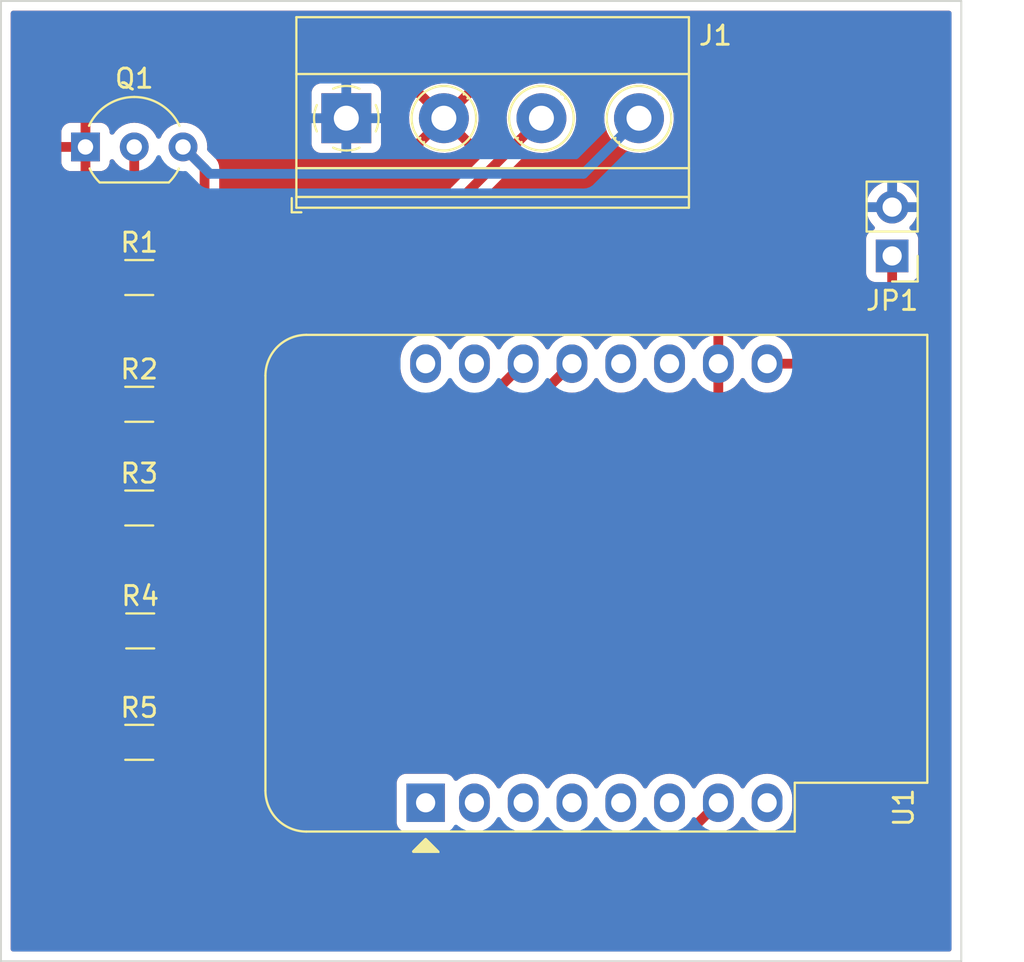
<source format=kicad_pcb>
(kicad_pcb (version 20211014) (generator pcbnew)

  (general
    (thickness 1.6)
  )

  (paper "A4")
  (layers
    (0 "F.Cu" signal)
    (31 "B.Cu" signal)
    (32 "B.Adhes" user "B.Adhesive")
    (33 "F.Adhes" user "F.Adhesive")
    (34 "B.Paste" user)
    (35 "F.Paste" user)
    (36 "B.SilkS" user "B.Silkscreen")
    (37 "F.SilkS" user "F.Silkscreen")
    (38 "B.Mask" user)
    (39 "F.Mask" user)
    (40 "Dwgs.User" user "User.Drawings")
    (41 "Cmts.User" user "User.Comments")
    (42 "Eco1.User" user "User.Eco1")
    (43 "Eco2.User" user "User.Eco2")
    (44 "Edge.Cuts" user)
    (45 "Margin" user)
    (46 "B.CrtYd" user "B.Courtyard")
    (47 "F.CrtYd" user "F.Courtyard")
    (48 "B.Fab" user)
    (49 "F.Fab" user)
    (50 "User.1" user)
    (51 "User.2" user)
    (52 "User.3" user)
    (53 "User.4" user)
    (54 "User.5" user)
    (55 "User.6" user)
    (56 "User.7" user)
    (57 "User.8" user)
    (58 "User.9" user)
  )

  (setup
    (stackup
      (layer "F.SilkS" (type "Top Silk Screen"))
      (layer "F.Paste" (type "Top Solder Paste"))
      (layer "F.Mask" (type "Top Solder Mask") (thickness 0.01))
      (layer "F.Cu" (type "copper") (thickness 0.035))
      (layer "dielectric 1" (type "core") (thickness 1.51) (material "FR4") (epsilon_r 4.5) (loss_tangent 0.02))
      (layer "B.Cu" (type "copper") (thickness 0.035))
      (layer "B.Mask" (type "Bottom Solder Mask") (thickness 0.01))
      (layer "B.Paste" (type "Bottom Solder Paste"))
      (layer "B.SilkS" (type "Bottom Silk Screen"))
      (copper_finish "None")
      (dielectric_constraints no)
    )
    (pad_to_mask_clearance 0)
    (grid_origin 80 49)
    (pcbplotparams
      (layerselection 0x00010fc_ffffffff)
      (disableapertmacros false)
      (usegerberextensions false)
      (usegerberattributes true)
      (usegerberadvancedattributes true)
      (creategerberjobfile true)
      (svguseinch false)
      (svgprecision 6)
      (excludeedgelayer true)
      (plotframeref false)
      (viasonmask false)
      (mode 1)
      (useauxorigin false)
      (hpglpennumber 1)
      (hpglpenspeed 20)
      (hpglpendiameter 15.000000)
      (dxfpolygonmode true)
      (dxfimperialunits true)
      (dxfusepcbnewfont true)
      (psnegative false)
      (psa4output false)
      (plotreference true)
      (plotvalue true)
      (plotinvisibletext false)
      (sketchpadsonfab false)
      (subtractmaskfromsilk false)
      (outputformat 1)
      (mirror false)
      (drillshape 1)
      (scaleselection 1)
      (outputdirectory "")
    )
  )

  (net 0 "")
  (net 1 "+5V")
  (net 2 "GND")
  (net 3 "Yellow")
  (net 4 "Green")
  (net 5 "Net-(Q1-Pad2)")
  (net 6 "D1")
  (net 7 "D8")
  (net 8 "D2")
  (net 9 "unconnected-(U1-Pad1)")
  (net 10 "unconnected-(U1-Pad2)")
  (net 11 "unconnected-(U1-Pad3)")
  (net 12 "unconnected-(U1-Pad4)")
  (net 13 "unconnected-(U1-Pad5)")
  (net 14 "unconnected-(U1-Pad6)")
  (net 15 "unconnected-(U1-Pad8)")
  (net 16 "unconnected-(U1-Pad11)")
  (net 17 "unconnected-(U1-Pad12)")
  (net 18 "unconnected-(U1-Pad15)")
  (net 19 "unconnected-(U1-Pad16)")
  (net 20 "Net-(U1-Pad9)")

  (footprint "Resistor_SMD:R_1206_3216Metric_Pad1.30x1.75mm_HandSolder" (layer "F.Cu") (at 87.2 75.4 180))

  (footprint "Resistor_SMD:R_1206_3216Metric_Pad1.30x1.75mm_HandSolder" (layer "F.Cu") (at 87.2 87.6 180))

  (footprint "Resistor_SMD:R_1206_3216Metric_Pad1.30x1.75mm_HandSolder" (layer "F.Cu") (at 87.2 70))

  (footprint "Module:WEMOS_D1_mini_light" (layer "F.Cu") (at 102.11 90.745 90))

  (footprint "TerminalBlock_Phoenix:TerminalBlock_Phoenix_MKDS-1,5-4-5.08_1x04_P5.08mm_Horizontal" (layer "F.Cu") (at 97.98 55.105))

  (footprint "Resistor_SMD:R_1206_3216Metric_Pad1.30x1.75mm_HandSolder" (layer "F.Cu") (at 87.25 81.8))

  (footprint "Resistor_SMD:R_1206_3216Metric_Pad1.30x1.75mm_HandSolder" (layer "F.Cu") (at 87.2 63.4))

  (footprint "Connector_PinHeader_2.54mm:PinHeader_1x02_P2.54mm_Vertical" (layer "F.Cu") (at 126.4 62.275 180))

  (footprint "Package_TO_SOT_THT:TO-92_Inline_Wide" (layer "F.Cu") (at 84.4 56.6))

  (gr_rect (start 80 49) (end 130 99) (layer "Edge.Cuts") (width 0.1) (fill none) (tstamp 967f4c45-db15-4335-a00b-5f60ba8d8ca3))

  (segment (start 86.8 66.6) (end 85.65 67.75) (width 0.508) (layer "F.Cu") (net 3) (tstamp 08baec10-7bd2-45b3-9df3-de865ad41966))
  (segment (start 108 55.245) (end 96.645 66.6) (width 0.508) (layer "F.Cu") (net 3) (tstamp 5dc5c9a1-bcff-472f-942f-96856c729b2e))
  (segment (start 96.645 66.6) (end 86.8 66.6) (width 0.508) (layer "F.Cu") (net 3) (tstamp be94ea5a-fce8-4a3a-9a88-392e9060c694))
  (segment (start 85.65 67.75) (end 85.65 70) (width 0.508) (layer "F.Cu") (net 3) (tstamp fa3047cd-563c-4112-9465-410fbb369a0d))
  (segment (start 90.6 64.4) (end 89.6 65.4) (width 0.508) (layer "F.Cu") (net 4) (tstamp 01c57b44-40f0-43ac-a4af-8c3b5101f37a))
  (segment (start 83.8 66.8) (end 83.8 79.9) (width 0.508) (layer "F.Cu") (net 4) (tstamp 6c9a1770-4056-4eec-b8af-11b16181bc8b))
  (segment (start 89.6 65.4) (end 85.2 65.4) (width 0.508) (layer "F.Cu") (net 4) (tstamp 920f3a66-6b15-4fed-9f9b-cb6d75764d57))
  (segment (start 85.2 65.4) (end 83.8 66.8) (width 0.508) (layer "F.Cu") (net 4) (tstamp c0b2219d-f143-4cb2-9ac2-ee6a852513c6))
  (segment (start 89.64 56.76) (end 90.6 57.72) (width 0.508) (layer "F.Cu") (net 4) (tstamp c5c9a128-6538-4e26-881c-525d8403a111))
  (segment (start 83.8 79.9) (end 85.7 81.8) (width 0.508) (layer "F.Cu") (net 4) (tstamp f230791f-1348-4010-8100-59b442a87b60))
  (segment (start 90.6 57.72) (end 90.6 64.4) (width 0.508) (layer "F.Cu") (net 4) (tstamp fbb725d8-61e4-4e12-bcda-a2199849b323))
  (segment (start 113.08 55.245) (end 110.325 58) (width 0.508) (layer "B.Cu") (net 4) (tstamp 52a716a6-97da-4708-a1f4-3ca58e32eb47))
  (segment (start 110.325 58) (end 90.88 58) (width 0.508) (layer "B.Cu") (net 4) (tstamp 905ad076-b8b4-4bf1-8ad5-b2a2c71f5894))
  (segment (start 90.88 58) (end 89.64 56.76) (width 0.508) (layer "B.Cu") (net 4) (tstamp a905528b-1293-4f42-ae21-f06d3a522f33))
  (segment (start 86.94 56.6) (end 86.94 59.14) (width 0.508) (layer "F.Cu") (net 5) (tstamp 70c026e5-3683-4b1f-84c2-88cc56a1e2df))
  (segment (start 88.75 60.95) (end 88.75 63.4) (width 0.508) (layer "F.Cu") (net 5) (tstamp c937445a-0cfa-4184-a636-3488cc012e6f))
  (segment (start 86.94 59.14) (end 88.75 60.95) (width 0.508) (layer "F.Cu") (net 5) (tstamp e8a96bbb-b5ad-43b8-a534-9a97fc226c24))
  (segment (start 88.75 70) (end 105.075 70) (width 0.508) (layer "F.Cu") (net 6) (tstamp 3c57edc8-4cfd-424e-a11b-6ac26e54a378))
  (segment (start 88.75 75.4) (end 88.75 70) (width 0.508) (layer "F.Cu") (net 6) (tstamp d96f04c9-2218-454e-b939-849cc00f603f))
  (segment (start 105.075 70) (end 107.19 67.885) (width 0.508) (layer "F.Cu") (net 6) (tstamp f2bd2143-bd7d-4f23-9e08-479634957484))
  (segment (start 83.8 63.4) (end 85.65 63.4) (width 0.508) (layer "F.Cu") (net 7) (tstamp 22e43ac9-048a-4b19-a3ce-d21ec500c532))
  (segment (start 85.6 93.2) (end 82.2 89.8) (width 0.508) (layer "F.Cu") (net 7) (tstamp 53eacfb1-5229-4fb6-8fb6-c03d9aac7d86))
  (segment (start 82.2 89.8) (end 82.2 65) (width 0.508) (layer "F.Cu") (net 7) (tstamp 86923d52-4646-4868-87cf-d904a514d701))
  (segment (start 114.895 93.2) (end 85.6 93.2) (width 0.508) (layer "F.Cu") (net 7) (tstamp 8d5ef0d9-fef3-49cb-8497-d36bcd975e53))
  (segment (start 82.2 65) (end 83.8 63.4) (width 0.508) (layer "F.Cu") (net 7) (tstamp c5954f32-8d4a-475a-b683-6c795155d05a))
  (segment (start 117.35 90.745) (end 114.895 93.2) (width 0.508) (layer "F.Cu") (net 7) (tstamp ebb65204-1c01-44fc-8faf-ac1274234fde))
  (segment (start 88.75 87.6) (end 88.75 81.85) (width 0.508) (layer "F.Cu") (net 8) (tstamp 50a2c033-e3d5-44e2-862d-002c9467eb19))
  (segment (start 95.815 81.8) (end 109.73 67.885) (width 0.508) (layer "F.Cu") (net 8) (tstamp add90ab8-ac92-4799-b671-6a48d59fe660))
  (segment (start 88.8 81.8) (end 95.815 81.8) (width 0.508) (layer "F.Cu") (net 8) (tstamp d24b0bbc-4694-48fc-b8d3-1809101d76d6))
  (segment (start 88.75 81.85) (end 88.8 81.8) (width 0.508) (layer "F.Cu") (net 8) (tstamp d49c8572-56d5-48a7-89a3-8724de1c203c))
  (segment (start 126.4 65.2) (end 123.715 67.885) (width 0.508) (layer "F.Cu") (net 20) (tstamp 73d1515d-c94b-403e-8256-59f48c6f9bc2))
  (segment (start 126.4 62.275) (end 126.4 65.2) (width 0.508) (layer "F.Cu") (net 20) (tstamp aa0bd87d-4b2b-46df-99b5-ac4242efe0f1))
  (segment (start 123.715 67.885) (end 119.89 67.885) (width 0.508) (layer "F.Cu") (net 20) (tstamp c52f6ecb-b9b9-42f4-b05b-ec107f61933f))

  (zone (net 2) (net_name "GND") (layer "F.Cu") (tstamp 66414df9-ed3e-46e2-9ef1-3a34353b4682) (hatch edge 0.508)
    (connect_pads (clearance 0.508))
    (min_thickness 0.254) (filled_areas_thickness no)
    (fill yes (thermal_gap 0.508) (thermal_bridge_width 0.508))
    (polygon
      (pts
        (xy 130 99)
        (xy 80 99)
        (xy 80 49)
        (xy 130 49)
      )
    )
    (filled_polygon
      (layer "F.Cu")
      (pts
        (xy 129.433621 49.528502)
        (xy 129.480114 49.582158)
        (xy 129.4915 49.6345)
        (xy 129.4915 98.3655)
        (xy 129.471498 98.433621)
        (xy 129.417842 98.480114)
        (xy 129.3655 98.4915)
        (xy 80.6345 98.4915)
        (xy 80.566379 98.471498)
        (xy 80.519886 98.417842)
        (xy 80.5085 98.3655)
        (xy 80.5085 89.773208)
        (xy 81.432776 89.773208)
        (xy 81.433369 89.7805)
        (xy 81.433369 89.780503)
        (xy 81.437085 89.826183)
        (xy 81.4375 89.836398)
        (xy 81.4375 89.844525)
        (xy 81.440811 89.872924)
        (xy 81.441238 89.877244)
        (xy 81.447191 89.950426)
        (xy 81.449447 89.957388)
        (xy 81.450643 89.963376)
        (xy 81.452051 89.969333)
        (xy 81.452899 89.976607)
        (xy 81.455397 89.983489)
        (xy 81.455398 89.983493)
        (xy 81.477945 90.045607)
        (xy 81.479355 90.049711)
        (xy 81.501987 90.119575)
        (xy 81.505787 90.125838)
        (xy 81.508325 90.13138)
        (xy 81.511067 90.136856)
        (xy 81.513566 90.143741)
        (xy 81.517581 90.149865)
        (xy 81.553815 90.205132)
        (xy 81.55613 90.2088)
        (xy 81.594227 90.271581)
        (xy 81.597941 90.275786)
        (xy 81.597943 90.275789)
        (xy 81.601667 90.280005)
        (xy 81.601638 90.280031)
        (xy 81.604238 90.282962)
        (xy 81.607042 90.286316)
        (xy 81.611054 90.292435)
        (xy 81.667586 90.345988)
        (xy 81.670028 90.348366)
        (xy 85.01319 93.691528)
        (xy 85.025577 93.705941)
        (xy 85.038546 93.723564)
        (xy 85.044129 93.728307)
        (xy 85.079055 93.757979)
        (xy 85.086571 93.764909)
        (xy 85.092315 93.770653)
        (xy 85.095189 93.772927)
        (xy 85.095196 93.772933)
        (xy 85.114711 93.788372)
        (xy 85.118115 93.791163)
        (xy 85.168472 93.833945)
        (xy 85.168476 93.833948)
        (xy 85.174051 93.838684)
        (xy 85.180568 93.842012)
        (xy 85.185632 93.845389)
        (xy 85.190856 93.848616)
        (xy 85.1966 93.85316)
        (xy 85.203231 93.856259)
        (xy 85.263082 93.884232)
        (xy 85.267033 93.886163)
        (xy 85.332404 93.919543)
        (xy 85.339519 93.921284)
        (xy 85.345265 93.923421)
        (xy 85.351048 93.925345)
        (xy 85.357679 93.928444)
        (xy 85.429557 93.943394)
        (xy 85.433829 93.944361)
        (xy 85.505112 93.961804)
        (xy 85.510711 93.962151)
        (xy 85.510715 93.962152)
        (xy 85.51633 93.9625)
        (xy 85.516328 93.962539)
        (xy 85.520229 93.962772)
        (xy 85.524588 93.963161)
        (xy 85.531756 93.964652)
        (xy 85.539073 93.964454)
        (xy 85.609577 93.962546)
        (xy 85.612986 93.9625)
        (xy 114.827624 93.9625)
        (xy 114.846574 93.963933)
        (xy 114.860973 93.966124)
        (xy 114.860979 93.966124)
        (xy 114.868208 93.967224)
        (xy 114.8755 93.966631)
        (xy 114.875503 93.966631)
        (xy 114.921183 93.962915)
        (xy 114.931398 93.9625)
        (xy 114.939525 93.9625)
        (xy 114.943161 93.962076)
        (xy 114.943163 93.962076)
        (xy 114.946615 93.961673)
        (xy 114.967924 93.959189)
        (xy 114.972244 93.958762)
        (xy 115.045426 93.952809)
        (xy 115.052388 93.950553)
        (xy 115.058376 93.949357)
        (xy 115.064333 93.947949)
        (xy 115.071607 93.947101)
        (xy 115.078489 93.944603)
        (xy 115.078493 93.944602)
        (xy 115.140607 93.922055)
        (xy 115.144711 93.920645)
        (xy 115.214575 93.898013)
        (xy 115.220838 93.894213)
        (xy 115.22638 93.891675)
        (xy 115.231856 93.888933)
        (xy 115.238741 93.886434)
        (xy 115.300132 93.846185)
        (xy 115.3038 93.84387)
        (xy 115.366581 93.805773)
        (xy 115.370786 93.802059)
        (xy 115.370789 93.802057)
        (xy 115.375005 93.798333)
        (xy 115.375031 93.798362)
        (xy 115.377962 93.795762)
        (xy 115.381316 93.792958)
        (xy 115.387435 93.788946)
        (xy 115.440989 93.732413)
        (xy 115.443366 93.729972)
        (xy 116.922898 92.25044)
        (xy 116.98521 92.216414)
        (xy 117.044604 92.217828)
        (xy 117.077883 92.226745)
        (xy 117.116599 92.237119)
        (xy 117.121913 92.238543)
        (xy 117.35 92.258498)
        (xy 117.578087 92.238543)
        (xy 117.5834 92.237119)
        (xy 117.583402 92.237119)
        (xy 117.793933 92.180707)
        (xy 117.793935 92.180706)
        (xy 117.799243 92.179284)
        (xy 117.804225 92.176961)
        (xy 118.001762 92.084849)
        (xy 118.001767 92.084846)
        (xy 118.006749 92.082523)
        (xy 118.148464 91.983293)
        (xy 118.189789 91.954357)
        (xy 118.189792 91.954355)
        (xy 118.1943 91.951198)
        (xy 118.356198 91.7893)
        (xy 118.487523 91.601749)
        (xy 118.489846 91.596767)
        (xy 118.489849 91.596762)
        (xy 118.505805 91.562543)
        (xy 118.552722 91.509258)
        (xy 118.620999 91.489797)
        (xy 118.688959 91.510339)
        (xy 118.734195 91.562543)
        (xy 118.750151 91.596762)
        (xy 118.750154 91.596767)
        (xy 118.752477 91.601749)
        (xy 118.883802 91.7893)
        (xy 119.0457 91.951198)
        (xy 119.050208 91.954355)
        (xy 119.050211 91.954357)
        (xy 119.091536 91.983293)
        (xy 119.233251 92.082523)
        (xy 119.238233 92.084846)
        (xy 119.238238 92.084849)
        (xy 119.435775 92.176961)
        (xy 119.440757 92.179284)
        (xy 119.446065 92.180706)
        (xy 119.446067 92.180707)
        (xy 119.656598 92.237119)
        (xy 119.6566 92.237119)
        (xy 119.661913 92.238543)
        (xy 119.89 92.258498)
        (xy 120.118087 92.238543)
        (xy 120.1234 92.237119)
        (xy 120.123402 92.237119)
        (xy 120.333933 92.180707)
        (xy 120.333935 92.180706)
        (xy 120.339243 92.179284)
        (xy 120.344225 92.176961)
        (xy 120.541762 92.084849)
        (xy 120.541767 92.084846)
        (xy 120.546749 92.082523)
        (xy 120.688464 91.983293)
        (xy 120.729789 91.954357)
        (xy 120.729792 91.954355)
        (xy 120.7343 91.951198)
        (xy 120.896198 91.7893)
        (xy 121.027523 91.601749)
        (xy 121.029846 91.596767)
        (xy 121.029849 91.596762)
        (xy 121.121961 91.399225)
        (xy 121.121961 91.399224)
        (xy 121.124284 91.394243)
        (xy 121.183543 91.173087)
        (xy 121.1985 91.002127)
        (xy 121.1985 90.487873)
        (xy 121.183543 90.316913)
        (xy 121.182119 90.311598)
        (xy 121.125707 90.101067)
        (xy 121.125706 90.101065)
        (xy 121.124284 90.095757)
        (xy 121.068724 89.976607)
        (xy 121.029849 89.893238)
        (xy 121.029846 89.893233)
        (xy 121.027523 89.888251)
        (xy 120.941903 89.765973)
        (xy 120.899357 89.705211)
        (xy 120.899355 89.705208)
        (xy 120.896198 89.7007)
        (xy 120.7343 89.538802)
        (xy 120.729792 89.535645)
        (xy 120.729789 89.535643)
        (xy 120.581731 89.431972)
        (xy 120.546749 89.407477)
        (xy 120.541767 89.405154)
        (xy 120.541762 89.405151)
        (xy 120.344225 89.313039)
        (xy 120.344224 89.313039)
        (xy 120.339243 89.310716)
        (xy 120.333935 89.309294)
        (xy 120.333933 89.309293)
        (xy 120.123402 89.252881)
        (xy 120.1234 89.252881)
        (xy 120.118087 89.251457)
        (xy 119.89 89.231502)
        (xy 119.661913 89.251457)
        (xy 119.6566 89.252881)
        (xy 119.656598 89.252881)
        (xy 119.446067 89.309293)
        (xy 119.446065 89.309294)
        (xy 119.440757 89.310716)
        (xy 119.435776 89.313039)
        (xy 119.435775 89.313039)
        (xy 119.238238 89.405151)
        (xy 119.238233 89.405154)
        (xy 119.233251 89.407477)
        (xy 119.198269 89.431972)
        (xy 119.050211 89.535643)
        (xy 119.050208 89.535645)
        (xy 119.0457 89.538802)
        (xy 118.883802 89.7007)
        (xy 118.880645 89.705208)
        (xy 118.880643 89.705211)
        (xy 118.838097 89.765973)
        (xy 118.752477 89.888251)
        (xy 118.750154 89.893233)
        (xy 118.750151 89.893238)
        (xy 118.734195 89.927457)
        (xy 118.687278 89.980742)
        (xy 118.619001 90.000203)
        (xy 118.551041 89.979661)
        (xy 118.505805 89.927457)
        (xy 118.489849 89.893238)
        (xy 118.489846 89.893233)
        (xy 118.487523 89.888251)
        (xy 118.401903 89.765973)
        (xy 118.359357 89.705211)
        (xy 118.359355 89.705208)
        (xy 118.356198 89.7007)
        (xy 118.1943 89.538802)
        (xy 118.189792 89.535645)
        (xy 118.189789 89.535643)
        (xy 118.041731 89.431972)
        (xy 118.006749 89.407477)
        (xy 118.001767 89.405154)
        (xy 118.001762 89.405151)
        (xy 117.804225 89.313039)
        (xy 117.804224 89.313039)
        (xy 117.799243 89.310716)
        (xy 117.793935 89.309294)
        (xy 117.793933 89.309293)
        (xy 117.583402 89.252881)
        (xy 117.5834 89.252881)
        (xy 117.578087 89.251457)
        (xy 117.35 89.231502)
        (xy 117.121913 89.251457)
        (xy 117.1166 89.252881)
        (xy 117.116598 89.252881)
        (xy 116.906067 89.309293)
        (xy 116.906065 89.309294)
        (xy 116.900757 89.310716)
        (xy 116.895776 89.313039)
        (xy 116.895775 89.313039)
        (xy 116.698238 89.405151)
        (xy 116.698233 89.405154)
        (xy 116.693251 89.407477)
        (xy 116.658269 89.431972)
        (xy 116.510211 89.535643)
        (xy 116.510208 89.535645)
        (xy 116.5057 89.538802)
        (xy 116.343802 89.7007)
        (xy 116.340645 89.705208)
        (xy 116.340643 89.705211)
        (xy 116.298097 89.765973)
        (xy 116.212477 89.888251)
        (xy 116.210154 89.893233)
        (xy 116.210151 89.893238)
        (xy 116.194195 89.927457)
        (xy 116.147278 89.980742)
        (xy 116.079001 90.000203)
        (xy 116.011041 89.979661)
        (xy 115.965805 89.927457)
        (xy 115.949849 89.893238)
        (xy 115.949846 89.893233)
        (xy 115.947523 89.888251)
        (xy 115.861903 89.765973)
        (xy 115.819357 89.705211)
        (xy 115.819355 89.705208)
        (xy 115.816198 89.7007)
        (xy 115.6543 89.538802)
        (xy 115.649792 89.535645)
        (xy 115.649789 89.535643)
        (xy 115.501731 89.431972)
        (xy 115.466749 89.407477)
        (xy 115.461767 89.405154)
        (xy 115.461762 89.405151)
        (xy 115.264225 89.313039)
        (xy 115.264224 89.313039)
        (xy 115.259243 89.310716)
        (xy 115.253935 89.309294)
        (xy 115.253933 89.309293)
        (xy 115.043402 89.252881)
        (xy 115.0434 89.252881)
        (xy 115.038087 89.251457)
        (xy 114.81 89.231502)
        (xy 114.581913 89.251457)
        (xy 114.5766 89.252881)
        (xy 114.576598 89.252881)
        (xy 114.366067 89.309293)
        (xy 114.366065 89.309294)
        (xy 114.360757 89.310716)
        (xy 114.355776 89.313039)
        (xy 114.355775 89.313039)
        (xy 114.158238 89.405151)
        (xy 114.158233 89.405154)
        (xy 114.153251 89.407477)
        (xy 114.118269 89.431972)
        (xy 113.970211 89.535643)
        (xy 113.970208 89.535645)
        (xy 113.9657 89.538802)
        (xy 113.803802 89.7007)
        (xy 113.800645 89.705208)
        (xy 113.800643 89.705211)
        (xy 113.758097 89.765973)
        (xy 113.672477 89.888251)
        (xy 113.670154 89.893233)
        (xy 113.670151 89.893238)
        (xy 113.654195 89.927457)
        (xy 113.607278 89.980742)
        (xy 113.539001 90.000203)
        (xy 113.471041 89.979661)
        (xy 113.425805 89.927457)
        (xy 113.409849 89.893238)
        (xy 113.409846 89.893233)
        (xy 113.407523 89.888251)
        (xy 113.321903 89.765973)
        (xy 113.279357 89.705211)
        (xy 113.279355 89.705208)
        (xy 113.276198 89.7007)
        (xy 113.1143 89.538802)
        (xy 113.109792 89.535645)
        (xy 113.109789 89.535643)
        (xy 112.961731 89.431972)
        (xy 112.926749 89.407477)
        (xy 112.921767 89.405154)
        (xy 112.921762 89.405151)
        (xy 112.724225 89.313039)
        (xy 112.724224 89.313039)
        (xy 112.719243 89.310716)
        (xy 112.713935 89.309294)
        (xy 112.713933 89.309293)
        (xy 112.503402 89.252881)
        (xy 112.5034 89.252881)
        (xy 112.498087 89.251457)
        (xy 112.27 89.231502)
        (xy 112.041913 89.251457)
        (xy 112.0366 89.252881)
        (xy 112.036598 89.252881)
        (xy 111.826067 89.309293)
        (xy 111.826065 89.309294)
        (xy 111.820757 89.310716)
        (xy 111.815776 89.313039)
        (xy 111.815775 89.313039)
        (xy 111.618238 89.405151)
        (xy 111.618233 89.405154)
        (xy 111.613251 89.407477)
        (xy 111.578269 89.431972)
        (xy 111.430211 89.535643)
        (xy 111.430208 89.535645)
        (xy 111.4257 89.538802)
        (xy 111.263802 89.7007)
        (xy 111.260645 89.705208)
        (xy 111.260643 89.705211)
        (xy 111.218097 89.765973)
        (xy 111.132477 89.888251)
        (xy 111.130154 89.893233)
        (xy 111.130151 89.893238)
        (xy 111.114195 89.927457)
        (xy 111.067278 89.980742)
        (xy 110.999001 90.000203)
        (xy 110.931041 89.979661)
        (xy 110.885805 89.927457)
        (xy 110.869849 89.893238)
        (xy 110.869846 89.893233)
        (xy 110.867523 89.888251)
        (xy 110.781903 89.765973)
        (xy 110.739357 89.705211)
        (xy 110.739355 89.705208)
        (xy 110.736198 89.7007)
        (xy 110.5743 89.538802)
        (xy 110.569792 89.535645)
        (xy 110.569789 89.535643)
        (xy 110.421731 89.431972)
        (xy 110.386749 89.407477)
        (xy 110.381767 89.405154)
        (xy 110.381762 89.405151)
        (xy 110.184225 89.313039)
        (xy 110.184224 89.313039)
        (xy 110.179243 89.310716)
        (xy 110.173935 89.309294)
        (xy 110.173933 89.309293)
        (xy 109.963402 89.252881)
        (xy 109.9634 89.252881)
        (xy 109.958087 89.251457)
        (xy 109.73 89.231502)
        (xy 109.501913 89.251457)
        (xy 109.4966 89.252881)
        (xy 109.496598 89.252881)
        (xy 109.286067 89.309293)
        (xy 109.286065 89.309294)
        (xy 109.280757 89.310716)
        (xy 109.275776 89.313039)
        (xy 109.275775 89.313039)
        (xy 109.078238 89.405151)
        (xy 109.078233 89.405154)
        (xy 109.073251 89.407477)
        (xy 109.038269 89.431972)
        (xy 108.890211 89.535643)
        (xy 108.890208 89.535645)
        (xy 108.8857 89.538802)
        (xy 108.723802 89.7007)
        (xy 108.720645 89.705208)
        (xy 108.720643 89.705211)
        (xy 108.678097 89.765973)
        (xy 108.592477 89.888251)
        (xy 108.590154 89.893233)
        (xy 108.590151 89.893238)
        (xy 108.574195 89.927457)
        (xy 108.527278 89.980742)
        (xy 108.459001 90.000203)
        (xy 108.391041 89.979661)
        (xy 108.345805 89.927457)
        (xy 108.329849 89.893238)
        (xy 108.329846 89.893233)
        (xy 108.327523 89.888251)
        (xy 108.241903 89.765973)
        (xy 108.199357 89.705211)
        (xy 108.199355 89.705208)
        (xy 108.196198 89.7007)
        (xy 108.0343 89.538802)
        (xy 108.029792 89.535645)
        (xy 108.029789 89.535643)
        (xy 107.881731 89.431972)
        (xy 107.846749 89.407477)
        (xy 107.841767 89.405154)
        (xy 107.841762 89.405151)
        (xy 107.644225 89.313039)
        (xy 107.644224 89.313039)
        (xy 107.639243 89.310716)
        (xy 107.633935 89.309294)
        (xy 107.633933 89.309293)
        (xy 107.423402 89.252881)
        (xy 107.4234 89.252881)
        (xy 107.418087 89.251457)
        (xy 107.19 89.231502)
        (xy 106.961913 89.251457)
        (xy 106.9566 89.252881)
        (xy 106.956598 89.252881)
        (xy 106.746067 89.309293)
        (xy 106.746065 89.309294)
        (xy 106.740757 89.310716)
        (xy 106.735776 89.313039)
        (xy 106.735775 89.313039)
        (xy 106.538238 89.405151)
        (xy 106.538233 89.405154)
        (xy 106.533251 89.407477)
        (xy 106.498269 89.431972)
        (xy 106.350211 89.535643)
        (xy 106.350208 89.535645)
        (xy 106.3457 89.538802)
        (xy 106.183802 89.7007)
        (xy 106.180645 89.705208)
        (xy 106.180643 89.705211)
        (xy 106.138097 89.765973)
        (xy 106.052477 89.888251)
        (xy 106.050154 89.893233)
        (xy 106.050151 89.893238)
        (xy 106.034195 89.927457)
        (xy 105.987278 89.980742)
        (xy 105.919001 90.000203)
        (xy 105.851041 89.979661)
        (xy 105.805805 89.927457)
        (xy 105.789849 89.893238)
        (xy 105.789846 89.893233)
        (xy 105.787523 89.888251)
        (xy 105.701903 89.765973)
        (xy 105.659357 89.705211)
        (xy 105.659355 89.705208)
        (xy 105.656198 89.7007)
        (xy 105.4943 89.538802)
        (xy 105.489792 89.535645)
        (xy 105.489789 89.535643)
        (xy 105.341731 89.431972)
        (xy 105.306749 89.407477)
        (xy 105.301767 89.405154)
        (xy 105.301762 89.405151)
        (xy 105.104225 89.313039)
        (xy 105.104224 89.313039)
        (xy 105.099243 89.310716)
        (xy 105.093935 89.309294)
        (xy 105.093933 89.309293)
        (xy 104.883402 89.252881)
        (xy 104.8834 89.252881)
        (xy 104.878087 89.251457)
        (xy 104.65 89.231502)
        (xy 104.421913 89.251457)
        (xy 104.4166 89.252881)
        (xy 104.416598 89.252881)
        (xy 104.206067 89.309293)
        (xy 104.206065 89.309294)
        (xy 104.200757 89.310716)
        (xy 104.195776 89.313039)
        (xy 104.195775 89.313039)
        (xy 103.998238 89.405151)
        (xy 103.998233 89.405154)
        (xy 103.993251 89.407477)
        (xy 103.958269 89.431972)
        (xy 103.810211 89.535643)
        (xy 103.810208 89.535645)
        (xy 103.8057 89.538802)
        (xy 103.776867 89.567635)
        (xy 103.714555 89.601661)
        (xy 103.64374 89.596596)
        (xy 103.586904 89.554049)
        (xy 103.56979 89.522768)
        (xy 103.563769 89.506707)
        (xy 103.563767 89.506703)
        (xy 103.560615 89.498295)
        (xy 103.473261 89.381739)
        (xy 103.356705 89.294385)
        (xy 103.220316 89.243255)
        (xy 103.158134 89.2365)
        (xy 101.061866 89.2365)
        (xy 100.999684 89.243255)
        (xy 100.863295 89.294385)
        (xy 100.746739 89.381739)
        (xy 100.659385 89.498295)
        (xy 100.608255 89.634684)
        (xy 100.6015 89.696866)
        (xy 100.6015 91.793134)
        (xy 100.608255 91.855316)
        (xy 100.659385 91.991705)
        (xy 100.746739 92.108261)
        (xy 100.753919 92.113642)
        (xy 100.855527 92.189793)
        (xy 100.863295 92.195615)
        (xy 100.871703 92.198767)
        (xy 100.875745 92.20098)
        (xy 100.92589 92.251239)
        (xy 100.940904 92.32063)
        (xy 100.916018 92.387122)
        (xy 100.859135 92.429605)
        (xy 100.815235 92.4375)
        (xy 85.968027 92.4375)
        (xy 85.899906 92.417498)
        (xy 85.878932 92.400595)
        (xy 82.999405 89.521067)
        (xy 82.965379 89.458755)
        (xy 82.9625 89.431972)
        (xy 82.9625 88.272095)
        (xy 84.492001 88.272095)
        (xy 84.492338 88.278614)
        (xy 84.502257 88.374206)
        (xy 84.505149 88.3876)
        (xy 84.556588 88.541784)
        (xy 84.562761 88.554962)
        (xy 84.648063 88.692807)
        (xy 84.657099 88.704208)
        (xy 84.771829 88.818739)
        (xy 84.78324 88.827751)
        (xy 84.921243 88.912816)
        (xy 84.934424 88.918963)
        (xy 85.08871 88.970138)
        (xy 85.102086 88.973005)
        (xy 85.196438 88.982672)
        (xy 85.202854 88.983)
        (xy 85.377885 88.983)
        (xy 85.393124 88.978525)
        (xy 85.394329 88.977135)
        (xy 85.396 88.969452)
        (xy 85.396 88.964884)
        (xy 85.904 88.964884)
        (xy 85.908475 88.980123)
        (xy 85.909865 88.981328)
        (xy 85.917548 88.982999)
        (xy 86.097095 88.982999)
        (xy 86.103614 88.982662)
        (xy 86.199206 88.972743)
        (xy 86.2126 88.969851)
        (xy 86.366784 88.918412)
        (xy 86.379962 88.912239)
        (xy 86.517807 88.826937)
        (xy 86.529208 88.817901)
        (xy 86.643739 88.703171)
        (xy 86.652751 88.69176)
        (xy 86.737816 88.553757)
        (xy 86.743963 88.540576)
        (xy 86.795138 88.38629)
        (xy 86.798005 88.372914)
        (xy 86.807672 88.278562)
        (xy 86.807834 88.2754)
        (xy 87.5915 88.2754)
        (xy 87.591837 88.278646)
        (xy 87.591837 88.27865)
        (xy 87.601752 88.374206)
        (xy 87.602474 88.381166)
        (xy 87.65845 88.548946)
        (xy 87.751522 88.699348)
        (xy 87.876697 88.824305)
        (xy 87.882927 88.828145)
        (xy 87.882928 88.828146)
        (xy 88.020288 88.912816)
        (xy 88.027262 88.917115)
        (xy 88.107005 88.943564)
        (xy 88.188611 88.970632)
        (xy 88.188613 88.970632)
        (xy 88.195139 88.972797)
        (xy 88.201975 88.973497)
        (xy 88.201978 88.973498)
        (xy 88.245031 88.977909)
        (xy 88.2996 88.9835)
        (xy 89.2004 88.9835)
        (xy 89.203646 88.983163)
        (xy 89.20365 88.983163)
        (xy 89.299308 88.973238)
        (xy 89.299312 88.973237)
        (xy 89.306166 88.972526)
        (xy 89.312702 88.970345)
        (xy 89.312704 88.970345)
        (xy 89.444806 88.926272)
        (xy 89.473946 88.91655)
        (xy 89.624348 88.823478)
        (xy 89.749305 88.698303)
        (xy 89.842115 88.547738)
        (xy 89.897797 88.379861)
        (xy 89.9085 88.2754)
        (xy 89.9085 86.9246)
        (xy 89.908163 86.92135)
        (xy 89.898238 86.825692)
        (xy 89.898237 86.825688)
        (xy 89.897526 86.818834)
        (xy 89.84155 86.651054)
        (xy 89.748478 86.500652)
        (xy 89.623303 86.375695)
        (xy 89.572384 86.344308)
        (xy 89.524891 86.291536)
        (xy 89.5125 86.237048)
        (xy 89.5125 83.193835)
        (xy 89.532502 83.125714)
        (xy 89.572197 83.086691)
        (xy 89.586832 83.077635)
        (xy 89.674348 83.023478)
        (xy 89.799305 82.898303)
        (xy 89.892115 82.747738)
        (xy 89.92492 82.648833)
        (xy 89.96535 82.590473)
        (xy 90.030914 82.563236)
        (xy 90.044513 82.5625)
        (xy 95.747624 82.5625)
        (xy 95.766574 82.563933)
        (xy 95.780973 82.566124)
        (xy 95.780979 82.566124)
        (xy 95.788208 82.567224)
        (xy 95.7955 82.566631)
        (xy 95.795503 82.566631)
        (xy 95.841183 82.562915)
        (xy 95.851398 82.5625)
        (xy 95.859525 82.5625)
        (xy 95.863161 82.562076)
        (xy 95.863163 82.562076)
        (xy 95.866615 82.561673)
        (xy 95.887924 82.559189)
        (xy 95.892244 82.558762)
        (xy 95.965426 82.552809)
        (xy 95.972388 82.550553)
        (xy 95.978376 82.549357)
        (xy 95.984333 82.547949)
        (xy 95.991607 82.547101)
        (xy 95.998489 82.544603)
        (xy 95.998493 82.544602)
        (xy 96.060607 82.522055)
        (xy 96.064711 82.520645)
        (xy 96.134575 82.498013)
        (xy 96.140838 82.494213)
        (xy 96.14638 82.491675)
        (xy 96.151856 82.488933)
        (xy 96.158741 82.486434)
        (xy 96.180478 82.472183)
        (xy 96.220132 82.446185)
        (xy 96.2238 82.44387)
        (xy 96.286581 82.405773)
        (xy 96.290786 82.402059)
        (xy 96.290789 82.402057)
        (xy 96.295005 82.398333)
        (xy 96.295031 82.398362)
        (xy 96.297962 82.395762)
        (xy 96.301316 82.392958)
        (xy 96.307435 82.388946)
        (xy 96.360989 82.332413)
        (xy 96.363366 82.329972)
        (xy 109.302898 69.39044)
        (xy 109.36521 69.356414)
        (xy 109.424604 69.357828)
        (xy 109.455319 69.366058)
        (xy 109.496599 69.377119)
        (xy 109.501913 69.378543)
        (xy 109.73 69.398498)
        (xy 109.958087 69.378543)
        (xy 109.9634 69.377119)
        (xy 109.963402 69.377119)
        (xy 110.173933 69.320707)
        (xy 110.173935 69.320706)
        (xy 110.179243 69.319284)
        (xy 110.185235 69.31649)
        (xy 110.381762 69.224849)
        (xy 110.381767 69.224846)
        (xy 110.386749 69.222523)
        (xy 110.491611 69.149098)
        (xy 110.569789 69.094357)
        (xy 110.569792 69.094355)
        (xy 110.5743 69.091198)
        (xy 110.736198 68.9293)
        (xy 110.867523 68.741749)
        (xy 110.869846 68.736767)
        (xy 110.869849 68.736762)
        (xy 110.885805 68.702543)
        (xy 110.932722 68.649258)
        (xy 111.000999 68.629797)
        (xy 111.068959 68.650339)
        (xy 111.114195 68.702543)
        (xy 111.130151 68.736762)
        (xy 111.130154 68.736767)
        (xy 111.132477 68.741749)
        (xy 111.263802 68.9293)
        (xy 111.4257 69.091198)
        (xy 111.430208 69.094355)
        (xy 111.430211 69.094357)
        (xy 111.508389 69.149098)
        (xy 111.613251 69.222523)
        (xy 111.618233 69.224846)
        (xy 111.618238 69.224849)
        (xy 111.814765 69.31649)
        (xy 111.820757 69.319284)
        (xy 111.826065 69.320706)
        (xy 111.826067 69.320707)
        (xy 112.036598 69.377119)
        (xy 112.0366 69.377119)
        (xy 112.041913 69.378543)
        (xy 112.27 69.398498)
        (xy 112.498087 69.378543)
        (xy 112.5034 69.377119)
        (xy 112.503402 69.377119)
        (xy 112.713933 69.320707)
        (xy 112.713935 69.320706)
        (xy 112.719243 69.319284)
        (xy 112.725235 69.31649)
        (xy 112.921762 69.224849)
        (xy 112.921767 69.224846)
        (xy 112.926749 69.222523)
        (xy 113.031611 69.149098)
        (xy 113.109789 69.094357)
        (xy 113.109792 69.094355)
        (xy 113.1143 69.091198)
        (xy 113.276198 68.9293)
        (xy 113.407523 68.741749)
        (xy 113.409846 68.736767)
        (xy 113.409849 68.736762)
        (xy 113.425805 68.702543)
        (xy 113.472722 68.649258)
        (xy 113.540999 68.629797)
        (xy 113.608959 68.650339)
        (xy 113.654195 68.702543)
        (xy 113.670151 68.736762)
        (xy 113.670154 68.736767)
        (xy 113.672477 68.741749)
        (xy 113.803802 68.9293)
        (xy 113.9657 69.091198)
        (xy 113.970208 69.094355)
        (xy 113.970211 69.094357)
        (xy 114.048389 69.149098)
        (xy 114.153251 69.222523)
        (xy 114.158233 69.224846)
        (xy 114.158238 69.224849)
        (xy 114.354765 69.31649)
        (xy 114.360757 69.319284)
        (xy 114.366065 69.320706)
        (xy 114.366067 69.320707)
        (xy 114.576598 69.377119)
        (xy 114.5766 69.377119)
        (xy 114.581913 69.378543)
        (xy 114.81 69.398498)
        (xy 115.038087 69.378543)
        (xy 115.0434 69.377119)
        (xy 115.043402 69.377119)
        (xy 115.253933 69.320707)
        (xy 115.253935 69.320706)
        (xy 115.259243 69.319284)
        (xy 115.265235 69.31649)
        (xy 115.461762 69.224849)
        (xy 115.461767 69.224846)
        (xy 115.466749 69.222523)
        (xy 115.571611 69.149098)
        (xy 115.649789 69.094357)
        (xy 115.649792 69.094355)
        (xy 115.6543 69.091198)
        (xy 115.816198 68.9293)
        (xy 115.947523 68.741749)
        (xy 115.949846 68.736767)
        (xy 115.949849 68.736762)
        (xy 115.966081 68.701951)
        (xy 116.012998 68.648666)
        (xy 116.081275 68.629205)
        (xy 116.149235 68.649747)
        (xy 116.194471 68.701951)
        (xy 116.210586 68.736511)
        (xy 116.216069 68.746007)
        (xy 116.341028 68.924467)
        (xy 116.348084 68.932875)
        (xy 116.502125 69.086916)
        (xy 116.510533 69.093972)
        (xy 116.688993 69.218931)
        (xy 116.698489 69.224414)
        (xy 116.895947 69.31649)
        (xy 116.906239 69.320236)
        (xy 117.078503 69.366394)
        (xy 117.092599 69.366058)
        (xy 117.096 69.358116)
        (xy 117.096 69.352967)
        (xy 117.604 69.352967)
        (xy 117.607973 69.366498)
        (xy 117.616522 69.367727)
        (xy 117.793761 69.320236)
        (xy 117.804053 69.31649)
        (xy 118.001511 69.224414)
        (xy 118.011007 69.218931)
        (xy 118.189467 69.093972)
        (xy 118.197875 69.086916)
        (xy 118.351916 68.932875)
        (xy 118.358972 68.924467)
        (xy 118.483931 68.746007)
        (xy 118.489414 68.736511)
        (xy 118.505529 68.701951)
        (xy 118.552446 68.648666)
        (xy 118.620723 68.629205)
        (xy 118.688683 68.649747)
        (xy 118.733919 68.701951)
        (xy 118.750151 68.736762)
        (xy 118.750154 68.736767)
        (xy 118.752477 68.741749)
        (xy 118.883802 68.9293)
        (xy 119.0457 69.091198)
        (xy 119.050208 69.094355)
        (xy 119.050211 69.094357)
        (xy 119.128389 69.149098)
        (xy 119.233251 69.222523)
        (xy 119.238233 69.224846)
        (xy 119.238238 69.224849)
        (xy 119.434765 69.31649)
        (xy 119.440757 69.319284)
        (xy 119.446065 69.320706)
        (xy 119.446067 69.320707)
        (xy 119.656598 69.377119)
        (xy 119.6566 69.377119)
        (xy 119.661913 69.378543)
        (xy 119.89 69.398498)
        (xy 120.118087 69.378543)
        (xy 120.1234 69.377119)
        (xy 120.123402 69.377119)
        (xy 120.333933 69.320707)
        (xy 120.333935 69.320706)
        (xy 120.339243 69.319284)
        (xy 120.345235 69.31649)
        (xy 120.541762 69.224849)
        (xy 120.541767 69.224846)
        (xy 120.546749 69.222523)
        (xy 120.651611 69.149098)
        (xy 120.729789 69.094357)
        (xy 120.729792 69.094355)
        (xy 120.7343 69.091198)
        (xy 120.896198 68.9293)
        (xy 121.027523 68.741749)
        (xy 121.029848 68.736764)
        (xy 121.029851 68.736758)
        (xy 121.037548 68.720251)
        (xy 121.084465 68.666965)
        (xy 121.151743 68.6475)
        (xy 123.647624 68.6475)
        (xy 123.666574 68.648933)
        (xy 123.680973 68.651124)
        (xy 123.680979 68.651124)
        (xy 123.688208 68.652224)
        (xy 123.6955 68.651631)
        (xy 123.695503 68.651631)
        (xy 123.741183 68.647915)
        (xy 123.751398 68.6475)
        (xy 123.759525 68.6475)
        (xy 123.763161 68.647076)
        (xy 123.763163 68.647076)
        (xy 123.766615 68.646673)
        (xy 123.787924 68.644189)
        (xy 123.792244 68.643762)
        (xy 123.865426 68.637809)
        (xy 123.872388 68.635553)
        (xy 123.878376 68.634357)
        (xy 123.884333 68.632949)
        (xy 123.891607 68.632101)
        (xy 123.898489 68.629603)
        (xy 123.898493 68.629602)
        (xy 123.960607 68.607055)
        (xy 123.964711 68.605645)
        (xy 124.034575 68.583013)
        (xy 124.040838 68.579213)
        (xy 124.04638 68.576675)
        (xy 124.051856 68.573933)
        (xy 124.058741 68.571434)
        (xy 124.120132 68.531185)
        (xy 124.1238 68.52887)
        (xy 124.186581 68.490773)
        (xy 124.190786 68.487059)
        (xy 124.190789 68.487057)
        (xy 124.195005 68.483333)
        (xy 124.195031 68.483362)
        (xy 124.197962 68.480762)
        (xy 124.201316 68.477958)
        (xy 124.207435 68.473946)
        (xy 124.260989 68.417413)
        (xy 124.263366 68.414972)
        (xy 126.891528 65.78681)
        (xy 126.905941 65.774423)
        (xy 126.917665 65.765795)
        (xy 126.923564 65.761454)
        (xy 126.957979 65.720945)
        (xy 126.964909 65.713429)
        (xy 126.970653 65.707685)
        (xy 126.972927 65.704811)
        (xy 126.972933 65.704804)
        (xy 126.988372 65.685289)
        (xy 126.991163 65.681885)
        (xy 127.033945 65.631528)
        (xy 127.033948 65.631524)
        (xy 127.038684 65.625949)
        (xy 127.042011 65.619434)
        (xy 127.045392 65.614364)
        (xy 127.048617 65.609142)
        (xy 127.05316 65.6034)
        (xy 127.084246 65.536888)
        (xy 127.086152 65.532988)
        (xy 127.116213 65.474117)
        (xy 127.119543 65.467596)
        (xy 127.121284 65.460479)
        (xy 127.123411 65.454761)
        (xy 127.125342 65.448955)
        (xy 127.128443 65.442321)
        (xy 127.143391 65.370461)
        (xy 127.144359 65.366181)
        (xy 127.160469 65.300343)
        (xy 127.161804 65.294888)
        (xy 127.1625 65.28367)
        (xy 127.162539 65.283672)
        (xy 127.162772 65.279771)
        (xy 127.163161 65.275412)
        (xy 127.164652 65.268244)
        (xy 127.162546 65.190424)
        (xy 127.1625 65.187015)
        (xy 127.1625 63.7595)
        (xy 127.182502 63.691379)
        (xy 127.236158 63.644886)
        (xy 127.2885 63.6335)
        (xy 127.298134 63.6335)
        (xy 127.360316 63.626745)
        (xy 127.496705 63.575615)
        (xy 127.613261 63.488261)
        (xy 127.700615 63.371705)
        (xy 127.751745 63.235316)
        (xy 127.7585 63.173134)
        (xy 127.7585 61.376866)
        (xy 127.751745 61.314684)
        (xy 127.700615 61.178295)
        (xy 127.613261 61.061739)
        (xy 127.496705 60.974385)
        (xy 127.483669 60.969498)
        (xy 127.378203 60.92996)
        (xy 127.321439 60.887318)
        (xy 127.296739 60.820756)
        (xy 127.311947 60.751408)
        (xy 127.333493 60.722727)
        (xy 127.434435 60.622137)
        (xy 127.438096 60.618489)
        (xy 127.497594 60.535689)
        (xy 127.565435 60.441277)
        (xy 127.568453 60.437077)
        (xy 127.585364 60.402861)
        (xy 127.665136 60.241453)
        (xy 127.665137 60.241451)
        (xy 127.66743 60.236811)
        (xy 127.73237 60.023069)
        (xy 127.761529 59.80159)
        (xy 127.763156 59.735)
        (xy 127.744852 59.512361)
        (xy 127.690431 59.295702)
        (xy 127.601354 59.09084)
        (xy 127.480014 58.903277)
        (xy 127.32967 58.738051)
        (xy 127.325619 58.734852)
        (xy 127.325615 58.734848)
        (xy 127.158414 58.6028)
        (xy 127.15841 58.602798)
        (xy 127.154359 58.599598)
        (xy 126.958789 58.491638)
        (xy 126.95392 58.489914)
        (xy 126.953916 58.489912)
        (xy 126.753087 58.418795)
        (xy 126.753083 58.418794)
        (xy 126.748212 58.417069)
        (xy 126.743119 58.416162)
        (xy 126.743116 58.416161)
        (xy 126.533373 58.3788)
        (xy 126.533367 58.378799)
        (xy 126.528284 58.377894)
        (xy 126.454452 58.376992)
        (xy 126.310081 58.375228)
        (xy 126.310079 58.375228)
        (xy 126.304911 58.375165)
        (xy 126.084091 58.408955)
        (xy 125.871756 58.478357)
        (xy 125.673607 58.581507)
        (xy 125.669474 58.58461)
        (xy 125.669471 58.584612)
        (xy 125.645247 58.6028)
        (xy 125.494965 58.715635)
        (xy 125.340629 58.877138)
        (xy 125.214743 59.06168)
        (xy 125.167715 59.162993)
        (xy 125.142524 59.217264)
        (xy 125.120688 59.264305)
        (xy 125.060989 59.47957)
        (xy 125.037251 59.701695)
        (xy 125.037548 59.706848)
        (xy 125.037548 59.706851)
        (xy 125.043011 59.80159)
        (xy 125.05011 59.924715)
        (xy 125.051247 59.929761)
        (xy 125.051248 59.929767)
        (xy 125.071119 60.017939)
        (xy 125.099222 60.142639)
        (xy 125.183266 60.349616)
        (xy 125.299987 60.540088)
        (xy 125.44625 60.708938)
        (xy 125.45023 60.712242)
        (xy 125.454981 60.716187)
        (xy 125.494616 60.77509)
        (xy 125.496113 60.846071)
        (xy 125.458997 60.906593)
        (xy 125.418724 60.931112)
        (xy 125.303295 60.974385)
        (xy 125.186739 61.061739)
        (xy 125.099385 61.178295)
        (xy 125.048255 61.314684)
        (xy 125.0415 61.376866)
        (xy 125.0415 63.173134)
        (xy 125.048255 63.235316)
        (xy 125.099385 63.371705)
        (xy 125.186739 63.488261)
        (xy 125.303295 63.575615)
        (xy 125.439684 63.626745)
        (xy 125.501866 63.6335)
        (xy 125.5115 63.6335)
        (xy 125.579621 63.653502)
        (xy 125.626114 63.707158)
        (xy 125.6375 63.7595)
        (xy 125.6375 64.831972)
        (xy 125.617498 64.900093)
        (xy 125.600595 64.921067)
        (xy 123.436067 67.085595)
        (xy 123.373755 67.119621)
        (xy 123.346972 67.1225)
        (xy 121.151743 67.1225)
        (xy 121.083622 67.102498)
        (xy 121.037548 67.049749)
        (xy 121.029851 67.033242)
        (xy 121.029848 67.033236)
        (xy 121.027523 67.028251)
        (xy 120.896198 66.8407)
        (xy 120.7343 66.678802)
        (xy 120.729792 66.675645)
        (xy 120.729789 66.675643)
        (xy 120.651611 66.620902)
        (xy 120.546749 66.547477)
        (xy 120.541767 66.545154)
        (xy 120.541762 66.545151)
        (xy 120.344225 66.453039)
        (xy 120.344224 66.453039)
        (xy 120.339243 66.450716)
        (xy 120.333935 66.449294)
        (xy 120.333933 66.449293)
        (xy 120.123402 66.392881)
        (xy 120.1234 66.392881)
        (xy 120.118087 66.391457)
        (xy 119.89 66.371502)
        (xy 119.661913 66.391457)
        (xy 119.6566 66.392881)
        (xy 119.656598 66.392881)
        (xy 119.446067 66.449293)
        (xy 119.446065 66.449294)
        (xy 119.440757 66.450716)
        (xy 119.435776 66.453039)
        (xy 119.435775 66.453039)
        (xy 119.238238 66.545151)
        (xy 119.238233 66.545154)
        (xy 119.233251 66.547477)
        (xy 119.128389 66.620902)
        (xy 119.050211 66.675643)
        (xy 119.050208 66.675645)
        (xy 119.0457 66.678802)
        (xy 118.883802 66.8407)
        (xy 118.752477 67.028251)
        (xy 118.750154 67.033233)
        (xy 118.750151 67.033238)
        (xy 118.733919 67.068049)
        (xy 118.687002 67.121334)
        (xy 118.618725 67.140795)
        (xy 118.550765 67.120253)
        (xy 118.505529 67.068049)
        (xy 118.489414 67.033489)
        (xy 118.483931 67.023993)
        (xy 118.358972 66.845533)
        (xy 118.351916 66.837125)
        (xy 118.197875 66.683084)
        (xy 118.189467 66.676028)
        (xy 118.011007 66.551069)
        (xy 118.001511 66.545586)
        (xy 117.804053 66.45351)
        (xy 117.793761 66.449764)
        (xy 117.621497 66.403606)
        (xy 117.607401 66.403942)
        (xy 117.604 66.411884)
        (xy 117.604 69.352967)
        (xy 117.096 69.352967)
        (xy 117.096 66.417033)
        (xy 117.092027 66.403502)
        (xy 117.083478 66.402273)
        (xy 116.906239 66.449764)
        (xy 116.895947 66.45351)
        (xy 116.698489 66.545586)
        (xy 116.688993 66.551069)
        (xy 116.510533 66.676028)
        (xy 116.502125 66.683084)
        (xy 116.348084 66.837125)
        (xy 116.341028 66.845533)
        (xy 116.216069 67.023993)
        (xy 116.210586 67.033489)
        (xy 116.194471 67.068049)
        (xy 116.147554 67.121334)
        (xy 116.079277 67.140795)
        (xy 116.011317 67.120253)
        (xy 115.966081 67.068049)
        (xy 115.949849 67.033238)
        (xy 115.949846 67.033233)
        (xy 115.947523 67.028251)
        (xy 115.816198 66.8407)
        (xy 115.6543 66.678802)
        (xy 115.649792 66.675645)
        (xy 115.649789 66.675643)
        (xy 115.571611 66.620902)
        (xy 115.466749 66.547477)
        (xy 115.461767 66.545154)
        (xy 115.461762 66.545151)
        (xy 115.264225 66.453039)
        (xy 115.264224 66.453039)
        (xy 115.259243 66.450716)
        (xy 115.253935 66.449294)
        (xy 115.253933 66.449293)
        (xy 115.043402 66.392881)
        (xy 115.0434 66.392881)
        (xy 115.038087 66.391457)
        (xy 114.81 66.371502)
        (xy 114.581913 66.391457)
        (xy 114.5766 66.392881)
        (xy 114.576598 66.392881)
        (xy 114.366067 66.449293)
        (xy 114.366065 66.449294)
        (xy 114.360757 66.450716)
        (xy 114.355776 66.453039)
        (xy 114.355775 66.453039)
        (xy 114.158238 66.545151)
        (xy 114.158233 66.545154)
        (xy 114.153251 66.547477)
        (xy 114.048389 66.620902)
        (xy 113.970211 66.675643)
        (xy 113.970208 66.675645)
        (xy 113.9657 66.678802)
        (xy 113.803802 66.8407)
        (xy 113.672477 67.028251)
        (xy 113.670154 67.033233)
        (xy 113.670151 67.033238)
        (xy 113.654195 67.067457)
        (xy 113.607278 67.120742)
        (xy 113.539001 67.140203)
        (xy 113.471041 67.119661)
        (xy 113.425805 67.067457)
        (xy 113.409849 67.033238)
        (xy 113.409846 67.033233)
        (xy 113.407523 67.028251)
        (xy 113.276198 66.8407)
        (xy 113.1143 66.678802)
        (xy 113.109792 66.675645)
        (xy 113.109789 66.675643)
        (xy 113.031611 66.620902)
        (xy 112.926749 66.547477)
        (xy 112.921767 66.545154)
        (xy 112.921762 66.545151)
        (xy 112.724225 66.453039)
        (xy 112.724224 66.453039)
        (xy 112.719243 66.450716)
        (xy 112.713935 66.449294)
        (xy 112.713933 66.449293)
        (xy 112.503402 66.392881)
        (xy 112.5034 66.392881)
        (xy 112.498087 66.391457)
        (xy 112.27 66.371502)
        (xy 112.041913 66.391457)
        (xy 112.0366 66.392881)
        (xy 112.036598 66.392881)
        (xy 111.826067 66.449293)
        (xy 111.826065 66.449294)
        (xy 111.820757 66.450716)
        (xy 111.815776 66.453039)
        (xy 111.815775 66.453039)
        (xy 111.618238 66.545151)
        (xy 111.618233 66.545154)
        (xy 111.613251 66.547477)
        (xy 111.508389 66.620902)
        (xy 111.430211 66.675643)
        (xy 111.430208 66.675645)
        (xy 111.4257 66.678802)
        (xy 111.263802 66.8407)
        (xy 111.132477 67.028251)
        (xy 111.130154 67.033233)
        (xy 111.130151 67.033238)
        (xy 111.114195 67.067457)
        (xy 111.067278 67.120742)
        (xy 110.999001 67.140203)
        (xy 110.931041 67.119661)
        (xy 110.885805 67.067457)
        (xy 110.869849 67.033238)
        (xy 110.869846 67.033233)
        (xy 110.867523 67.028251)
        (xy 110.736198 66.8407)
        (xy 110.5743 66.678802)
        (xy 110.569792 66.675645)
        (xy 110.569789 66.675643)
        (xy 110.491611 66.620902)
        (xy 110.386749 66.547477)
        (xy 110.381767 66.545154)
        (xy 110.381762 66.545151)
        (xy 110.184225 66.453039)
        (xy 110.184224 66.453039)
        (xy 110.179243 66.450716)
        (xy 110.173935 66.449294)
        (xy 110.173933 66.449293)
        (xy 109.963402 66.392881)
        (xy 109.9634 66.392881)
        (xy 109.958087 66.391457)
        (xy 109.73 66.371502)
        (xy 109.501913 66.391457)
        (xy 109.4966 66.392881)
        (xy 109.496598 66.392881)
        (xy 109.286067 66.449293)
        (xy 109.286065 66.449294)
        (xy 109.280757 66.450716)
        (xy 109.275776 66.453039)
        (xy 109.275775 66.453039)
        (xy 109.078238 66.545151)
        (xy 109.078233 66.545154)
        (xy 109.073251 66.547477)
        (xy 108.968389 66.620902)
        (xy 108.890211 66.675643)
        (xy 108.890208 66.675645)
        (xy 108.8857 66.678802)
        (xy 108.723802 66.8407)
        (xy 108.592477 67.028251)
        (xy 108.590154 67.033233)
        (xy 108.590151 67.033238)
        (xy 108.574195 67.067457)
        (xy 108.527278 67.120742)
        (xy 108.459001 67.140203)
        (xy 108.391041 67.119661)
        (xy 108.345805 67.067457)
        (xy 108.329849 67.033238)
        (xy 108.329846 67.033233)
        (xy 108.327523 67.028251)
        (xy 108.196198 66.8407)
        (xy 108.0343 66.678802)
        (xy 108.029792 66.675645)
        (xy 108.029789 66.675643)
        (xy 107.951611 66.620902)
        (xy 107.846749 66.547477)
        (xy 107.841767 66.545154)
        (xy 107.841762 66.545151)
        (xy 107.644225 66.453039)
        (xy 107.644224 66.453039)
        (xy 107.639243 66.450716)
        (xy 107.633935 66.449294)
        (xy 107.633933 66.449293)
        (xy 107.423402 66.392881)
        (xy 107.4234 66.392881)
        (xy 107.418087 66.391457)
        (xy 107.19 66.371502)
        (xy 106.961913 66.391457)
        (xy 106.9566 66.392881)
        (xy 106.956598 66.392881)
        (xy 106.746067 66.449293)
        (xy 106.746065 66.449294)
        (xy 106.740757 66.450716)
        (xy 106.735776 66.453039)
        (xy 106.735775 66.453039)
        (xy 106.538238 66.545151)
        (xy 106.538233 66.545154)
        (xy 106.533251 66.547477)
        (xy 106.428389 66.620902)
        (xy 106.350211 66.675643)
        (xy 106.350208 66.675645)
        (xy 106.3457 66.678802)
        (xy 106.183802 66.8407)
        (xy 106.052477 67.028251)
        (xy 106.050154 67.033233)
        (xy 106.050151 67.033238)
        (xy 106.034195 67.067457)
        (xy 105.987278 67.120742)
        (xy 105.919001 67.140203)
        (xy 105.851041 67.119661)
        (xy 105.805805 67.067457)
        (xy 105.789849 67.033238)
        (xy 105.789846 67.033233)
        (xy 105.787523 67.028251)
        (xy 105.656198 66.8407)
        (xy 105.4943 66.678802)
        (xy 105.489792 66.675645)
        (xy 105.489789 66.675643)
        (xy 105.411611 66.620902)
        (xy 105.306749 66.547477)
        (xy 105.301767 66.545154)
        (xy 105.301762 66.545151)
        (xy 105.104225 66.453039)
        (xy 105.104224 66.453039)
        (xy 105.099243 66.450716)
        (xy 105.093935 66.449294)
        (xy 105.093933 66.449293)
        (xy 104.883402 66.392881)
        (xy 104.8834 66.392881)
        (xy 104.878087 66.391457)
        (xy 104.65 66.371502)
        (xy 104.421913 66.391457)
        (xy 104.4166 66.392881)
        (xy 104.416598 66.392881)
        (xy 104.206067 66.449293)
        (xy 104.206065 66.449294)
        (xy 104.200757 66.450716)
        (xy 104.195776 66.453039)
        (xy 104.195775 66.453039)
        (xy 103.998238 66.545151)
        (xy 103.998233 66.545154)
        (xy 103.993251 66.547477)
        (xy 103.888389 66.620902)
        (xy 103.810211 66.675643)
        (xy 103.810208 66.675645)
        (xy 103.8057 66.678802)
        (xy 103.643802 66.8407)
        (xy 103.512477 67.028251)
        (xy 103.510154 67.033233)
        (xy 103.510151 67.033238)
        (xy 103.494195 67.067457)
        (xy 103.447278 67.120742)
        (xy 103.379001 67.140203)
        (xy 103.311041 67.119661)
        (xy 103.265805 67.067457)
        (xy 103.249849 67.033238)
        (xy 103.249846 67.033233)
        (xy 103.247523 67.028251)
        (xy 103.116198 66.8407)
        (xy 102.9543 66.678802)
        (xy 102.949792 66.675645)
        (xy 102.949789 66.675643)
        (xy 102.871611 66.620902)
        (xy 102.766749 66.547477)
        (xy 102.761767 66.545154)
        (xy 102.761762 66.545151)
        (xy 102.564225 66.453039)
        (xy 102.564224 66.453039)
        (xy 102.559243 66.450716)
        (xy 102.553935 66.449294)
        (xy 102.553933 66.449293)
        (xy 102.343402 66.392881)
        (xy 102.3434 66.392881)
        (xy 102.338087 66.391457)
        (xy 102.11 66.371502)
        (xy 101.881913 66.391457)
        (xy 101.8766 66.392881)
        (xy 101.876598 66.392881)
        (xy 101.666067 66.449293)
        (xy 101.666065 66.449294)
        (xy 101.660757 66.450716)
        (xy 101.655776 66.453039)
        (xy 101.655775 66.453039)
        (xy 101.458238 66.545151)
        (xy 101.458233 66.545154)
        (xy 101.453251 66.547477)
        (xy 101.348389 66.620902)
        (xy 101.270211 66.675643)
        (xy 101.270208 66.675645)
        (xy 101.2657 66.678802)
        (xy 101.103802 66.8407)
        (xy 100.972477 67.028251)
        (xy 100.970154 67.033233)
        (xy 100.970151 67.033238)
        (xy 100.878841 67.229055)
        (xy 100.875716 67.235757)
        (xy 100.874294 67.241065)
        (xy 100.874293 67.241067)
        (xy 100.827666 67.415081)
        (xy 100.816457 67.456913)
        (xy 100.814227 67.482404)
        (xy 100.805353 67.583838)
        (xy 100.8015 67.627873)
        (xy 100.8015 68.142127)
        (xy 100.816457 68.313087)
        (xy 100.817881 68.3184)
        (xy 100.817881 68.318402)
        (xy 100.862075 68.483333)
        (xy 100.875716 68.534243)
        (xy 100.878039 68.539224)
        (xy 100.878039 68.539225)
        (xy 100.970151 68.736762)
        (xy 100.970154 68.736767)
        (xy 100.972477 68.741749)
        (xy 101.103802 68.9293)
        (xy 101.196907 69.022405)
        (xy 101.230933 69.084717)
        (xy 101.225868 69.155532)
        (xy 101.183321 69.212368)
        (xy 101.116801 69.237179)
        (xy 101.107812 69.2375)
        (xy 89.994544 69.2375)
        (xy 89.926423 69.217498)
        (xy 89.87993 69.163842)
        (xy 89.87502 69.151376)
        (xy 89.853515 69.086916)
        (xy 89.84155 69.051054)
        (xy 89.748478 68.900652)
        (xy 89.623303 68.775695)
        (xy 89.575546 68.746257)
        (xy 89.478968 68.686725)
        (xy 89.478966 68.686724)
        (xy 89.472738 68.682885)
        (xy 89.392995 68.656436)
        (xy 89.311389 68.629368)
        (xy 89.311387 68.629368)
        (xy 89.304861 68.627203)
        (xy 89.298025 68.626503)
        (xy 89.298022 68.626502)
        (xy 89.254969 68.622091)
        (xy 89.2004 68.6165)
        (xy 88.2996 68.6165)
        (xy 88.296354 68.616837)
        (xy 88.29635 68.616837)
        (xy 88.200692 68.626762)
        (xy 88.200688 68.626763)
        (xy 88.193834 68.627474)
        (xy 88.187298 68.629655)
        (xy 88.187296 68.629655)
        (xy 88.119649 68.652224)
        (xy 88.026054 68.68345)
        (xy 87.875652 68.776522)
        (xy 87.750695 68.901697)
        (xy 87.746855 68.907927)
        (xy 87.746854 68.907928)
        (xy 87.731477 68.932875)
        (xy 87.657885 69.052262)
        (xy 87.643923 69.094357)
        (xy 87.604781 69.212368)
        (xy 87.602203 69.220139)
        (xy 87.5915 69.3246)
        (xy 87.5915 70.6754)
        (xy 87.591837 70.678646)
        (xy 87.591837 70.67865)
        (xy 87.600966 70.766631)
        (xy 87.602474 70.781166)
        (xy 87.604655 70.787702)
        (xy 87.604655 70.787704)
        (xy 87.648728 70.919806)
        (xy 87.65845 70.948946)
        (xy 87.751522 71.099348)
        (xy 87.876697 71.224305)
        (xy 87.882927 71.228145)
        (xy 87.882928 71.228146)
        (xy 87.927616 71.255692)
        (xy 87.975109 71.308464)
        (xy 87.9875 71.362952)
        (xy 87.9875 74.037106)
        (xy 87.967498 74.105227)
        (xy 87.927804 74.14425)
        (xy 87.875652 74.176522)
        (xy 87.750695 74.301697)
        (xy 87.657885 74.452262)
        (xy 87.602203 74.620139)
        (xy 87.5915 74.7246)
        (xy 87.5915 76.0754)
        (xy 87.591837 76.078646)
        (xy 87.591837 76.07865)
        (xy 87.601618 76.172914)
        (xy 87.602474 76.181166)
        (xy 87.65845 76.348946)
        (xy 87.751522 76.499348)
        (xy 87.876697 76.624305)
        (xy 87.882927 76.628145)
        (xy 87.882928 76.628146)
        (xy 88.020288 76.712816)
        (xy 88.027262 76.717115)
        (xy 88.107005 76.743564)
        (xy 88.188611 76.770632)
        (xy 88.188613 76.770632)
        (xy 88.195139 76.772797)
        (xy 88.201975 76.773497)
        (xy 88.201978 76.773498)
        (xy 88.245031 76.777909)
        (xy 88.2996 76.7835)
        (xy 89.2004 76.7835)
        (xy 89.203646 76.783163)
        (xy 89.20365 76.783163)
        (xy 89.299308 76.773238)
        (xy 89.299312 76.773237)
        (xy 89.306166 76.772526)
        (xy 89.312702 76.770345)
        (xy 89.312704 76.770345)
        (xy 89.444806 76.726272)
        (xy 89.473946 76.71655)
        (xy 89.624348 76.623478)
        (xy 89.749305 76.498303)
        (xy 89.842115 76.347738)
        (xy 89.897797 76.179861)
        (xy 89.9085 76.0754)
        (xy 89.9085 74.7246)
        (xy 89.898371 74.626978)
        (xy 89.898238 74.625692)
        (xy 89.898237 74.625688)
        (xy 89.897526 74.618834)
        (xy 89.84155 74.451054)
        (xy 89.748478 74.300652)
        (xy 89.623303 74.175695)
        (xy 89.572384 74.144308)
        (xy 89.524891 74.091536)
        (xy 89.5125 74.037048)
        (xy 89.5125 71.362894)
        (xy 89.532502 71.294773)
        (xy 89.572197 71.25575)
        (xy 89.61812 71.227332)
        (xy 89.624348 71.223478)
        (xy 89.749305 71.098303)
        (xy 89.842115 70.947738)
        (xy 89.87492 70.848833)
        (xy 89.91535 70.790473)
        (xy 89.980914 70.763236)
        (xy 89.994513 70.7625)
        (xy 105.007624 70.7625)
        (xy 105.026574 70.763933)
        (xy 105.040973 70.766124)
        (xy 105.040979 70.766124)
        (xy 105.048208 70.767224)
        (xy 105.0555 70.766631)
        (xy 105.055503 70.766631)
        (xy 105.101183 70.762915)
        (xy 105.111398 70.7625)
        (xy 105.119525 70.7625)
        (xy 105.123161 70.762076)
        (xy 105.123163 70.762076)
        (xy 105.126615 70.761673)
        (xy 105.147924 70.759189)
        (xy 105.152244 70.758762)
        (xy 105.225426 70.752809)
        (xy 105.232388 70.750553)
        (xy 105.238376 70.749357)
        (xy 105.244333 70.747949)
        (xy 105.251607 70.747101)
        (xy 105.258489 70.744603)
        (xy 105.258493 70.744602)
        (xy 105.320607 70.722055)
        (xy 105.324711 70.720645)
        (xy 105.394575 70.698013)
        (xy 105.400838 70.694213)
        (xy 105.40638 70.691675)
        (xy 105.411856 70.688933)
        (xy 105.418741 70.686434)
        (xy 105.440478 70.672183)
        (xy 105.480132 70.646185)
        (xy 105.4838 70.64387)
        (xy 105.546581 70.605773)
        (xy 105.550786 70.602059)
        (xy 105.550789 70.602057)
        (xy 105.555005 70.598333)
        (xy 105.555031 70.598362)
        (xy 105.557962 70.595762)
        (xy 105.561316 70.592958)
        (xy 105.567435 70.588946)
        (xy 105.620989 70.532413)
        (xy 105.623366 70.529972)
        (xy 106.762898 69.39044)
        (xy 106.82521 69.356414)
        (xy 106.884604 69.357828)
        (xy 106.905855 69.363522)
        (xy 106.966477 69.400474)
        (xy 106.997499 69.464335)
        (xy 106.98907 69.534829)
        (xy 106.962338 69.574324)
        (xy 95.536067 81.000595)
        (xy 95.473755 81.034621)
        (xy 95.446972 81.0375)
        (xy 90.044544 81.0375)
        (xy 89.976423 81.017498)
        (xy 89.92993 80.963842)
        (xy 89.92502 80.951376)
        (xy 89.893868 80.858002)
        (xy 89.89155 80.851054)
        (xy 89.798478 80.700652)
        (xy 89.673303 80.575695)
        (xy 89.667072 80.571854)
        (xy 89.528968 80.486725)
        (xy 89.528966 80.486724)
        (xy 89.522738 80.482885)
        (xy 89.414967 80.447139)
        (xy 89.361389 80.429368)
        (xy 89.361387 80.429368)
        (xy 89.354861 80.427203)
        (xy 89.348025 80.426503)
        (xy 89.348022 80.426502)
        (xy 89.304969 80.422091)
        (xy 89.2504 80.4165)
        (xy 88.3496 80.4165)
        (xy 88.346354 80.416837)
        (xy 88.34635 80.416837)
        (xy 88.250692 80.426762)
        (xy 88.250688 80.426763)
        (xy 88.243834 80.427474)
        (xy 88.237298 80.429655)
        (xy 88.237296 80.429655)
        (xy 88.184891 80.447139)
        (xy 88.076054 80.48345)
        (xy 87.925652 80.576522)
        (xy 87.800695 80.701697)
        (xy 87.707885 80.852262)
        (xy 87.705581 80.859209)
        (xy 87.675011 80.951376)
        (xy 87.652203 81.020139)
        (xy 87.6415 81.1246)
        (xy 87.6415 82.4754)
        (xy 87.641837 82.478646)
        (xy 87.641837 82.47865)
        (xy 87.650966 82.566631)
        (xy 87.652474 82.581166)
        (xy 87.654655 82.587702)
        (xy 87.654655 82.587704)
        (xy 87.698728 82.719806)
        (xy 87.70845 82.748946)
        (xy 87.801522 82.899348)
        (xy 87.926697 83.024305)
        (xy 87.932928 83.028146)
        (xy 87.938672 83.032682)
        (xy 87.936789 83.035066)
        (xy 87.975105 83.077635)
        (xy 87.9875 83.132131)
        (xy 87.9875 86.237106)
        (xy 87.967498 86.305227)
        (xy 87.927804 86.34425)
        (xy 87.875652 86.376522)
        (xy 87.750695 86.501697)
        (xy 87.657885 86.652262)
        (xy 87.602203 86.820139)
        (xy 87.5915 86.9246)
        (xy 87.5915 88.2754)
        (xy 86.807834 88.2754)
        (xy 86.808 88.272146)
        (xy 86.808 87.872115)
        (xy 86.803525 87.856876)
        (xy 86.802135 87.855671)
        (xy 86.794452 87.854)
        (xy 85.922115 87.854)
        (xy 85.906876 87.858475)
        (xy 85.905671 87.859865)
        (xy 85.904 87.867548)
        (xy 85.904 88.964884)
        (xy 85.396 88.964884)
        (xy 85.396 87.872115)
        (xy 85.391525 87.856876)
        (xy 85.390135 87.855671)
        (xy 85.382452 87.854)
        (xy 84.510116 87.854)
        (xy 84.494877 87.858475)
        (xy 84.493672 87.859865)
        (xy 84.492001 87.867548)
        (xy 84.492001 88.272095)
        (xy 82.9625 88.272095)
        (xy 82.9625 87.327885)
        (xy 84.492 87.327885)
        (xy 84.496475 87.343124)
        (xy 84.497865 87.344329)
        (xy 84.505548 87.346)
        (xy 85.377885 87.346)
        (xy 85.393124 87.341525)
        (xy 85.394329 87.340135)
        (xy 85.396 87.332452)
        (xy 85.396 87.327885)
        (xy 85.904 87.327885)
        (xy 85.908475 87.343124)
        (xy 85.909865 87.344329)
        (xy 85.917548 87.346)
        (xy 86.789884 87.346)
        (xy 86.805123 87.341525)
        (xy 86.806328 87.340135)
        (xy 86.807999 87.332452)
        (xy 86.807999 86.927905)
        (xy 86.807662 86.921386)
        (xy 86.797743 86.825794)
        (xy 86.794851 86.8124)
        (xy 86.743412 86.658216)
        (xy 86.737239 86.645038)
        (xy 86.651937 86.507193)
        (xy 86.642901 86.495792)
        (xy 86.528171 86.381261)
        (xy 86.51676 86.372249)
        (xy 86.378757 86.287184)
        (xy 86.365576 86.281037)
        (xy 86.21129 86.229862)
        (xy 86.197914 86.226995)
        (xy 86.103562 86.217328)
        (xy 86.097145 86.217)
        (xy 85.922115 86.217)
        (xy 85.906876 86.221475)
        (xy 85.905671 86.222865)
        (xy 85.904 86.230548)
        (xy 85.904 87.327885)
        (xy 85.396 87.327885)
        (xy 85.396 86.235116)
        (xy 85.391525 86.219877)
        (xy 85.390135 86.218672)
        (xy 85.382452 86.217001)
        (xy 85.202905 86.217001)
        (xy 85.196386 86.217338)
        (xy 85.100794 86.227257)
        (xy 85.0874 86.230149)
        (xy 84.933216 86.281588)
        (xy 84.920038 86.287761)
        (xy 84.782193 86.373063)
        (xy 84.770792 86.382099)
        (xy 84.656261 86.496829)
        (xy 84.647249 86.50824)
        (xy 84.562184 86.646243)
        (xy 84.556037 86.659424)
        (xy 84.504862 86.81371)
        (xy 84.501995 86.827086)
        (xy 84.492328 86.921438)
        (xy 84.492 86.927855)
        (xy 84.492 87.327885)
        (xy 82.9625 87.327885)
        (xy 82.9625 80.439652)
        (xy 82.982502 80.371531)
        (xy 83.036158 80.325038)
        (xy 83.106432 80.314934)
        (xy 83.171012 80.344428)
        (xy 83.189983 80.364972)
        (xy 83.191314 80.366781)
        (xy 83.194227 80.371581)
        (xy 83.197941 80.375786)
        (xy 83.201667 80.380005)
        (xy 83.201638 80.380031)
        (xy 83.204238 80.382962)
        (xy 83.207042 80.386316)
        (xy 83.211054 80.392435)
        (xy 83.250344 80.429655)
        (xy 83.267586 80.445988)
        (xy 83.270028 80.448366)
        (xy 84.504595 81.682933)
        (xy 84.538621 81.745245)
        (xy 84.5415 81.772028)
        (xy 84.5415 82.4754)
        (xy 84.541837 82.478646)
        (xy 84.541837 82.47865)
        (xy 84.550966 82.566631)
        (xy 84.552474 82.581166)
        (xy 84.554655 82.587702)
        (xy 84.554655 82.587704)
        (xy 84.598728 82.719806)
        (xy 84.60845 82.748946)
        (xy 84.701522 82.899348)
        (xy 84.826697 83.024305)
        (xy 84.832927 83.028145)
        (xy 84.832928 83.028146)
        (xy 84.97009 83.112694)
        (xy 84.977262 83.117115)
        (xy 85.022534 83.132131)
        (xy 85.138611 83.170632)
        (xy 85.138613 83.170632)
        (xy 85.145139 83.172797)
        (xy 85.151975 83.173497)
        (xy 85.151978 83.173498)
        (xy 85.195031 83.177909)
        (xy 85.2496 83.1835)
        (xy 86.1504 83.1835)
        (xy 86.153646 83.183163)
        (xy 86.15365 83.183163)
        (xy 86.249308 83.173238)
        (xy 86.249312 83.173237)
        (xy 86.256166 83.172526)
        (xy 86.262702 83.170345)
        (xy 86.262704 83.170345)
        (xy 86.412499 83.120369)
        (xy 86.423946 83.11655)
        (xy 86.574348 83.023478)
        (xy 86.699305 82.898303)
        (xy 86.792115 82.747738)
        (xy 86.847797 82.579861)
        (xy 86.849205 82.566124)
        (xy 86.858172 82.478598)
        (xy 86.8585 82.4754)
        (xy 86.8585 81.1246)
        (xy 86.847526 81.018834)
        (xy 86.79155 80.851054)
        (xy 86.698478 80.700652)
        (xy 86.573303 80.575695)
        (xy 86.567072 80.571854)
        (xy 86.428968 80.486725)
        (xy 86.428966 80.486724)
        (xy 86.422738 80.482885)
        (xy 86.314967 80.447139)
        (xy 86.261389 80.429368)
        (xy 86.261387 80.429368)
        (xy 86.254861 80.427203)
        (xy 86.248025 80.426503)
        (xy 86.248022 80.426502)
        (xy 86.204969 80.422091)
        (xy 86.1504 80.4165)
        (xy 85.447028 80.4165)
        (xy 85.378907 80.396498)
        (xy 85.357933 80.379595)
        (xy 84.599405 79.621067)
        (xy 84.565379 79.558755)
        (xy 84.5625 79.531972)
        (xy 84.5625 76.713485)
        (xy 84.582502 76.645364)
        (xy 84.636158 76.598871)
        (xy 84.706432 76.588767)
        (xy 84.766592 76.614603)
        (xy 84.78324 76.627751)
        (xy 84.921243 76.712816)
        (xy 84.934424 76.718963)
        (xy 85.08871 76.770138)
        (xy 85.102086 76.773005)
        (xy 85.196438 76.782672)
        (xy 85.202854 76.783)
        (xy 85.377885 76.783)
        (xy 85.393124 76.778525)
        (xy 85.394329 76.777135)
        (xy 85.396 76.769452)
        (xy 85.396 76.764884)
        (xy 85.904 76.764884)
        (xy 85.908475 76.780123)
        (xy 85.909865 76.781328)
        (xy 85.917548 76.782999)
        (xy 86.097095 76.782999)
        (xy 86.103614 76.782662)
        (xy 86.199206 76.772743)
        (xy 86.2126 76.769851)
        (xy 86.366784 76.718412)
        (xy 86.379962 76.712239)
        (xy 86.517807 76.626937)
        (xy 86.529208 76.617901)
        (xy 86.643739 76.503171)
        (xy 86.652751 76.49176)
        (xy 86.737816 76.353757)
        (xy 86.743963 76.340576)
        (xy 86.795138 76.18629)
        (xy 86.798005 76.172914)
        (xy 86.807672 76.078562)
        (xy 86.808 76.072146)
        (xy 86.808 75.672115)
        (xy 86.803525 75.656876)
        (xy 86.802135 75.655671)
        (xy 86.794452 75.654)
        (xy 85.922115 75.654)
        (xy 85.906876 75.658475)
        (xy 85.905671 75.659865)
        (xy 85.904 75.667548)
        (xy 85.904 76.764884)
        (xy 85.396 76.764884)
        (xy 85.396 75.127885)
        (xy 85.904 75.127885)
        (xy 85.908475 75.143124)
        (xy 85.909865 75.144329)
        (xy 85.917548 75.146)
        (xy 86.789884 75.146)
        (xy 86.805123 75.141525)
        (xy 86.806328 75.140135)
        (xy 86.807999 75.132452)
        (xy 86.807999 74.727905)
        (xy 86.807662 74.721386)
        (xy 86.797743 74.625794)
        (xy 86.794851 74.6124)
        (xy 86.743412 74.458216)
        (xy 86.737239 74.445038)
        (xy 86.651937 74.307193)
        (xy 86.642901 74.295792)
        (xy 86.528171 74.181261)
        (xy 86.51676 74.172249)
        (xy 86.378757 74.087184)
        (xy 86.365576 74.081037)
        (xy 86.21129 74.029862)
        (xy 86.197914 74.026995)
        (xy 86.103562 74.017328)
        (xy 86.097145 74.017)
        (xy 85.922115 74.017)
        (xy 85.906876 74.021475)
        (xy 85.905671 74.022865)
        (xy 85.904 74.030548)
        (xy 85.904 75.127885)
        (xy 85.396 75.127885)
        (xy 85.396 74.035116)
        (xy 85.391525 74.019877)
        (xy 85.390135 74.018672)
        (xy 85.382452 74.017001)
        (xy 85.202905 74.017001)
        (xy 85.196386 74.017338)
        (xy 85.100794 74.027257)
        (xy 85.0874 74.030149)
        (xy 84.933216 74.081588)
        (xy 84.920038 74.087761)
        (xy 84.782188 74.173066)
        (xy 84.766762 74.185292)
        (xy 84.700952 74.211928)
        (xy 84.631188 74.198756)
        (xy 84.57962 74.149958)
        (xy 84.5625 74.086545)
        (xy 84.5625 71.314126)
        (xy 84.582502 71.246005)
        (xy 84.636158 71.199512)
        (xy 84.706432 71.189408)
        (xy 84.766593 71.215245)
        (xy 84.771517 71.219134)
        (xy 84.776697 71.224305)
        (xy 84.782923 71.228143)
        (xy 84.782927 71.228146)
        (xy 84.921032 71.313275)
        (xy 84.927262 71.317115)
        (xy 85.007005 71.343564)
        (xy 85.088611 71.370632)
        (xy 85.088613 71.370632)
        (xy 85.095139 71.372797)
        (xy 85.101975 71.373497)
        (xy 85.101978 71.373498)
        (xy 85.145031 71.377909)
        (xy 85.1996 71.3835)
        (xy 86.1004 71.3835)
        (xy 86.103646 71.383163)
        (xy 86.10365 71.383163)
        (xy 86.199308 71.373238)
        (xy 86.199312 71.373237)
        (xy 86.206166 71.372526)
        (xy 86.212702 71.370345)
        (xy 86.212704 71.370345)
        (xy 86.344806 71.326272)
        (xy 86.373946 71.31655)
        (xy 86.524348 71.223478)
        (xy 86.649305 71.098303)
        (xy 86.742115 70.947738)
        (xy 86.797797 70.779861)
        (xy 86.799205 70.766124)
        (xy 86.808172 70.678598)
        (xy 86.8085 70.6754)
        (xy 86.8085 69.3246)
        (xy 86.808047 69.320236)
        (xy 86.798238 69.225692)
        (xy 86.798237 69.225688)
        (xy 86.797526 69.218834)
        (xy 86.74155 69.051054)
        (xy 86.648478 68.900652)
        (xy 86.523303 68.775695)
        (xy 86.472384 68.744308)
        (xy 86.424891 68.691536)
        (xy 86.4125 68.637048)
        (xy 86.4125 68.118028)
        (xy 86.432502 68.049907)
        (xy 86.449405 68.028933)
        (xy 87.078933 67.399405)
        (xy 87.141245 67.365379)
        (xy 87.168028 67.3625)
        (xy 96.577624 67.3625)
        (xy 96.596574 67.363933)
        (xy 96.610973 67.366124)
        (xy 96.610979 67.366124)
        (xy 96.618208 67.367224)
        (xy 96.6255 67.366631)
        (xy 96.625503 67.366631)
        (xy 96.671183 67.362915)
        (xy 96.681398 67.3625)
        (xy 96.689525 67.3625)
        (xy 96.693161 67.362076)
        (xy 96.693163 67.362076)
        (xy 96.696615 67.361673)
        (xy 96.717924 67.359189)
        (xy 96.722244 67.358762)
        (xy 96.795426 67.352809)
        (xy 96.802388 67.350553)
        (xy 96.808376 67.349357)
        (xy 96.814333 67.347949)
        (xy 96.821607 67.347101)
        (xy 96.828489 67.344603)
        (xy 96.828493 67.344602)
        (xy 96.890607 67.322055)
        (xy 96.894711 67.320645)
        (xy 96.964575 67.298013)
        (xy 96.970838 67.294213)
        (xy 96.97638 67.291675)
        (xy 96.981856 67.288933)
        (xy 96.988741 67.286434)
        (xy 97.050132 67.246185)
        (xy 97.0538 67.24387)
        (xy 97.116581 67.205773)
        (xy 97.120786 67.202059)
        (xy 97.120789 67.202057)
        (xy 97.125005 67.198333)
        (xy 97.125031 67.198362)
        (xy 97.127962 67.195762)
        (xy 97.131316 67.192958)
        (xy 97.137435 67.188946)
        (xy 97.190989 67.132413)
        (xy 97.193366 67.129972)
        (xy 107.463433 56.859905)
        (xy 107.525745 56.825879)
        (xy 107.594069 56.830045)
        (xy 107.666196 56.855233)
        (xy 107.666202 56.855235)
        (xy 107.670613 56.856775)
        (xy 107.675206 56.857647)
        (xy 107.930109 56.906042)
        (xy 107.930112 56.906042)
        (xy 107.934698 56.906913)
        (xy 108.06237 56.911929)
        (xy 108.198625 56.917283)
        (xy 108.19863 56.917283)
        (xy 108.203293 56.917466)
        (xy 108.307607 56.906042)
        (xy 108.465844 56.888713)
        (xy 108.46585 56.888712)
        (xy 108.470497 56.888203)
        (xy 108.475021 56.887012)
        (xy 108.725918 56.820956)
        (xy 108.72592 56.820955)
        (xy 108.730441 56.819765)
        (xy 108.846065 56.770089)
        (xy 108.97312 56.715502)
        (xy 108.973122 56.715501)
        (xy 108.977414 56.713657)
        (xy 109.096751 56.639809)
        (xy 109.202017 56.574669)
        (xy 109.202021 56.574666)
        (xy 109.20599 56.57221)
        (xy 109.411149 56.39853)
        (xy 109.588382 56.196434)
        (xy 109.595631 56.185165)
        (xy 109.731269 55.974291)
        (xy 109.733797 55.970361)
        (xy 109.844199 55.725278)
        (xy 109.869336 55.636148)
        (xy 109.915893 55.471072)
        (xy 109.915894 55.471069)
        (xy 109.917163 55.466568)
        (xy 109.93301 55.342)
        (xy 109.950688 55.203045)
        (xy 109.950688 55.203041)
        (xy 109.951086 55.199915)
        (xy 109.95117 55.196733)
        (xy 109.952477 55.146779)
        (xy 109.953571 55.105)
        (xy 109.950043 55.057526)
        (xy 111.40705 55.057526)
        (xy 111.407274 55.062192)
        (xy 111.407274 55.062197)
        (xy 111.409946 55.117812)
        (xy 111.419947 55.326019)
        (xy 111.472388 55.589656)
        (xy 111.56322 55.842646)
        (xy 111.565432 55.846762)
        (xy 111.565433 55.846765)
        (xy 111.628339 55.963838)
        (xy 111.69045 56.079431)
        (xy 111.693241 56.083168)
        (xy 111.693245 56.083175)
        (xy 111.769405 56.185165)
        (xy 111.851281 56.29481)
        (xy 111.85459 56.29809)
        (xy 111.854595 56.298096)
        (xy 112.038863 56.480762)
        (xy 112.04218 56.48405)
        (xy 112.045942 56.486808)
        (xy 112.045945 56.486811)
        (xy 112.157737 56.56878)
        (xy 112.258954 56.642995)
        (xy 112.263089 56.645171)
        (xy 112.263093 56.645173)
        (xy 112.492698 56.765975)
        (xy 112.49684 56.768154)
        (xy 112.599376 56.803961)
        (xy 112.742667 56.854)
        (xy 112.750613 56.856775)
        (xy 112.755206 56.857647)
        (xy 113.010109 56.906042)
        (xy 113.010112 56.906042)
        (xy 113.014698 56.906913)
        (xy 113.14237 56.911929)
        (xy 113.278625 56.917283)
        (xy 113.27863 56.917283)
        (xy 113.283293 56.917466)
        (xy 113.387607 56.906042)
        (xy 113.545844 56.888713)
        (xy 113.54585 56.888712)
        (xy 113.550497 56.888203)
        (xy 113.555021 56.887012)
        (xy 113.805918 56.820956)
        (xy 113.80592 56.820955)
        (xy 113.810441 56.819765)
        (xy 113.926065 56.770089)
        (xy 114.05312 56.715502)
        (xy 114.053122 56.715501)
        (xy 114.057414 56.713657)
        (xy 114.176751 56.639809)
        (xy 114.282017 56.574669)
        (xy 114.282021 56.574666)
        (xy 114.28599 56.57221)
        (xy 114.491149 56.39853)
        (xy 114.668382 56.196434)
        (xy 114.675631 56.185165)
        (xy 114.811269 55.974291)
        (xy 114.813797 55.970361)
        (xy 114.924199 55.725278)
        (xy 114.949336 55.636148)
        (xy 114.995893 55.471072)
        (xy 114.995894 55.471069)
        (xy 114.997163 55.466568)
        (xy 115.01301 55.342)
        (xy 115.030688 55.203045)
        (xy 115.030688 55.203041)
        (xy 115.031086 55.199915)
        (xy 115.03117 55.196733)
        (xy 115.032477 55.146779)
        (xy 115.033571 55.105)
        (xy 115.01365 54.836937)
        (xy 115.012619 54.832379)
        (xy 114.955361 54.579331)
        (xy 114.95536 54.579326)
        (xy 114.954327 54.574763)
        (xy 114.856902 54.324238)
        (xy 114.723518 54.090864)
        (xy 114.676068 54.030673)
        (xy 114.657416 54.007014)
        (xy 114.557105 53.879769)
        (xy 114.361317 53.695591)
        (xy 114.163407 53.558295)
        (xy 114.144299 53.545039)
        (xy 114.144296 53.545037)
        (xy 114.140457 53.542374)
        (xy 114.09877 53.521816)
        (xy 113.903564 53.425551)
        (xy 113.903561 53.42555)
        (xy 113.899376 53.423486)
        (xy 113.853207 53.408707)
        (xy 113.673657 53.351233)
        (xy 113.64337 53.341538)
        (xy 113.638763 53.340788)
        (xy 113.63876 53.340787)
        (xy 113.425337 53.306029)
        (xy 113.378063 53.29833)
        (xy 113.247719 53.296624)
        (xy 113.113961 53.294873)
        (xy 113.113958 53.294873)
        (xy 113.109284 53.294812)
        (xy 112.842937 53.33106)
        (xy 112.838451 53.332368)
        (xy 112.838449 53.332368)
        (xy 112.773726 53.351233)
        (xy 112.584874 53.406278)
        (xy 112.340763 53.518815)
        (xy 112.336854 53.521378)
        (xy 112.119881 53.663631)
        (xy 112.119876 53.663635)
        (xy 112.115968 53.666197)
        (xy 111.915426 53.845188)
        (xy 111.743544 54.051854)
        (xy 111.604096 54.281656)
        (xy 111.602287 54.28597)
        (xy 111.602285 54.285974)
        (xy 111.58624 54.324238)
        (xy 111.500148 54.529545)
        (xy 111.433981 54.790077)
        (xy 111.40705 55.057526)
        (xy 109.950043 55.057526)
        (xy 109.93365 54.836937)
        (xy 109.932619 54.832379)
        (xy 109.875361 54.579331)
        (xy 109.87536 54.579326)
        (xy 109.874327 54.574763)
        (xy 109.776902 54.324238)
        (xy 109.643518 54.090864)
        (xy 109.596068 54.030673)
        (xy 109.577416 54.007014)
        (xy 109.477105 53.879769)
        (xy 109.281317 53.695591)
        (xy 109.083407 53.558295)
        (xy 109.064299 53.545039)
        (xy 109.064296 53.545037)
        (xy 109.060457 53.542374)
        (xy 109.01877 53.521816)
        (xy 108.823564 53.425551)
        (xy 108.823561 53.42555)
        (xy 108.819376 53.423486)
        (xy 108.773207 53.408707)
        (xy 108.593657 53.351233)
        (xy 108.56337 53.341538)
        (xy 108.558763 53.340788)
        (xy 108.55876 53.340787)
        (xy 108.345337 53.306029)
        (xy 108.298063 53.29833)
        (xy 108.167719 53.296624)
        (xy 108.033961 53.294873)
        (xy 108.033958 53.294873)
        (xy 108.029284 53.294812)
        (xy 107.762937 53.33106)
        (xy 107.758451 53.332368)
        (xy 107.758449 53.332368)
        (xy 107.693726 53.351233)
        (xy 107.504874 53.406278)
        (xy 107.260763 53.518815)
        (xy 107.256854 53.521378)
        (xy 107.039881 53.663631)
        (xy 107.039876 53.663635)
        (xy 107.035968 53.666197)
        (xy 106.835426 53.845188)
        (xy 106.663544 54.051854)
        (xy 106.524096 54.281656)
        (xy 106.522287 54.28597)
        (xy 106.522285 54.285974)
        (xy 106.50624 54.324238)
        (xy 106.420148 54.529545)
        (xy 106.353981 54.790077)
        (xy 106.32705 55.057526)
        (xy 106.327274 55.062192)
        (xy 106.327274 55.062197)
        (xy 106.329946 55.117812)
        (xy 106.339947 55.326019)
        (xy 106.392388 55.589656)
        (xy 106.393966 55.594051)
        (xy 106.414167 55.650316)
        (xy 106.418361 55.721188)
        (xy 106.384674 55.781988)
        (xy 96.366067 65.800595)
        (xy 96.303755 65.834621)
        (xy 96.276972 65.8375)
        (xy 90.545028 65.8375)
        (xy 90.476907 65.817498)
        (xy 90.430414 65.763842)
        (xy 90.42031 65.693568)
        (xy 90.449804 65.628988)
        (xy 90.455933 65.622405)
        (xy 91.091528 64.98681)
        (xy 91.105941 64.974423)
        (xy 91.117665 64.965795)
        (xy 91.123564 64.961454)
        (xy 91.157979 64.920945)
        (xy 91.164909 64.913429)
        (xy 91.170653 64.907685)
        (xy 91.17666 64.900093)
        (xy 91.188384 64.885275)
        (xy 91.191171 64.881876)
        (xy 91.212306 64.856998)
        (xy 91.238684 64.825949)
        (xy 91.242013 64.81943)
        (xy 91.245426 64.814312)
        (xy 91.248623 64.809135)
        (xy 91.253161 64.8034)
        (xy 91.284241 64.736899)
        (xy 91.286173 64.732947)
        (xy 91.316213 64.674118)
        (xy 91.316214 64.674116)
        (xy 91.319543 64.667596)
        (xy 91.321284 64.66048)
        (xy 91.32342 64.654736)
        (xy 91.325344 64.648954)
        (xy 91.328444 64.64232)
        (xy 91.343395 64.57044)
        (xy 91.344365 64.566156)
        (xy 91.35612 64.518115)
        (xy 91.361804 64.494888)
        (xy 91.3625 64.48367)
        (xy 91.362537 64.483672)
        (xy 91.362773 64.479773)
        (xy 91.363163 64.475402)
        (xy 91.364652 64.468243)
        (xy 91.362546 64.390423)
        (xy 91.3625 64.387014)
        (xy 91.3625 57.787376)
        (xy 91.363933 57.768426)
        (xy 91.366124 57.754027)
        (xy 91.366124 57.754021)
        (xy 91.367224 57.746792)
        (xy 91.362915 57.693817)
        (xy 91.3625 57.683602)
        (xy 91.3625 57.675475)
        (xy 91.359189 57.647076)
        (xy 91.35876 57.642736)
        (xy 91.353402 57.576867)
        (xy 91.352809 57.569574)
        (xy 91.350553 57.562612)
        (xy 91.349357 57.556624)
        (xy 91.347949 57.550667)
        (xy 91.347101 57.543393)
        (xy 91.344603 57.536511)
        (xy 91.344602 57.536507)
        (xy 91.322055 57.474393)
        (xy 91.320645 57.470289)
        (xy 91.298013 57.400425)
        (xy 91.294213 57.394162)
        (xy 91.291675 57.38862)
        (xy 91.288933 57.383144)
        (xy 91.286434 57.376259)
        (xy 91.246185 57.314868)
        (xy 91.24387 57.3112)
        (xy 91.205773 57.248419)
        (xy 91.198333 57.239995)
        (xy 91.198362 57.239969)
        (xy 91.195762 57.237038)
        (xy 91.192958 57.233684)
        (xy 91.188946 57.227565)
        (xy 91.132413 57.174011)
        (xy 91.129972 57.171634)
        (xy 90.769973 56.811635)
        (xy 90.735947 56.749323)
        (xy 90.733547 56.711559)
        (xy 90.738784 56.651705)
        (xy 90.743307 56.6)
        (xy 90.730458 56.453134)
        (xy 96.1715 56.453134)
        (xy 96.178255 56.515316)
        (xy 96.229385 56.651705)
        (xy 96.316739 56.768261)
        (xy 96.433295 56.855615)
        (xy 96.569684 56.906745)
        (xy 96.631866 56.9135)
        (xy 99.328134 56.9135)
        (xy 99.390316 56.906745)
        (xy 99.526705 56.855615)
        (xy 99.643261 56.768261)
        (xy 99.730615 56.651705)
        (xy 99.768778 56.549906)
        (xy 101.979839 56.549906)
        (xy 101.988553 56.561427)
        (xy 102.095452 56.639809)
        (xy 102.103351 56.644745)
        (xy 102.332905 56.765519)
        (xy 102.341454 56.769236)
        (xy 102.586327 56.854749)
        (xy 102.595336 56.857163)
        (xy 102.850166 56.905544)
        (xy 102.859423 56.906598)
        (xy 103.118607 56.916783)
        (xy 103.127921 56.916457)
        (xy 103.385753 56.88822)
        (xy 103.39493 56.886519)
        (xy 103.645758 56.820481)
        (xy 103.654574 56.817445)
        (xy 103.89288 56.715062)
        (xy 103.901167 56.710748)
        (xy 104.121718 56.574266)
        (xy 104.129268 56.56878)
        (xy 104.134559 56.564301)
        (xy 104.142997 56.551497)
        (xy 104.136935 56.541145)
        (xy 103.072812 55.477022)
        (xy 103.058868 55.469408)
        (xy 103.057035 55.469539)
        (xy 103.05042 55.47379)
        (xy 101.986497 56.537713)
        (xy 101.979839 56.549906)
        (xy 99.768778 56.549906)
        (xy 99.781745 56.515316)
        (xy 99.7885 56.453134)
        (xy 99.7885 55.062211)
        (xy 101.247775 55.062211)
        (xy 101.26022 55.321288)
        (xy 101.261356 55.330543)
        (xy 101.311961 55.584945)
        (xy 101.314449 55.593917)
        (xy 101.402095 55.838033)
        (xy 101.405895 55.846568)
        (xy 101.528658 56.075042)
        (xy 101.533666 56.082904)
        (xy 101.60372 56.176716)
        (xy 101.614979 56.185165)
        (xy 101.627397 56.178393)
        (xy 102.687978 55.117812)
        (xy 102.694356 55.106132)
        (xy 103.424408 55.106132)
        (xy 103.424539 55.107965)
        (xy 103.42879 55.11458)
        (xy 104.496094 56.181884)
        (xy 104.508474 56.188644)
        (xy 104.516815 56.1824)
        (xy 104.650832 55.974048)
        (xy 104.655275 55.965864)
        (xy 104.761807 55.72937)
        (xy 104.764997 55.720605)
        (xy 104.835402 55.470972)
        (xy 104.837262 55.46183)
        (xy 104.870187 55.203019)
        (xy 104.870668 55.196733)
        (xy 104.872987 55.10816)
        (xy 104.872836 55.101851)
        (xy 104.853501 54.841663)
        (xy 104.852125 54.832457)
        (xy 104.794878 54.579467)
        (xy 104.792154 54.570556)
        (xy 104.698143 54.328806)
        (xy 104.694132 54.320397)
        (xy 104.565422 54.095202)
        (xy 104.560211 54.087476)
        (xy 104.516996 54.032658)
        (xy 104.505071 54.024187)
        (xy 104.493537 54.030673)
        (xy 103.432022 55.092188)
        (xy 103.424408 55.106132)
        (xy 102.694356 55.106132)
        (xy 102.695592 55.103868)
        (xy 102.695461 55.102035)
        (xy 102.69121 55.09542)
        (xy 101.625816 54.030026)
        (xy 101.612507 54.022758)
        (xy 101.602472 54.029878)
        (xy 101.586937 54.048556)
        (xy 101.581531 54.056135)
        (xy 101.446965 54.277891)
        (xy 101.442736 54.286192)
        (xy 101.342432 54.525389)
        (xy 101.339471 54.534239)
        (xy 101.275628 54.785625)
        (xy 101.274006 54.794822)
        (xy 101.24802 55.052885)
        (xy 101.247775 55.062211)
        (xy 99.7885 55.062211)
        (xy 99.7885 53.756866)
        (xy 99.781745 53.694684)
        (xy 99.767876 53.657689)
        (xy 101.977102 53.657689)
        (xy 101.981675 53.667465)
        (xy 103.047188 54.732978)
        (xy 103.061132 54.740592)
        (xy 103.062965 54.740461)
        (xy 103.06958 54.73621)
        (xy 104.134349 53.671441)
        (xy 104.140733 53.659751)
        (xy 104.131321 53.647641)
        (xy 103.984045 53.545471)
        (xy 103.97601 53.540738)
        (xy 103.743376 53.426016)
        (xy 103.734743 53.422528)
        (xy 103.487703 53.34345)
        (xy 103.478643 53.341274)
        (xy 103.22263 53.29958)
        (xy 103.213343 53.298768)
        (xy 102.953992 53.295373)
        (xy 102.944681 53.295943)
        (xy 102.687682 53.330919)
        (xy 102.678546 53.33286)
        (xy 102.429543 53.405439)
        (xy 102.4208 53.408707)
        (xy 102.185252 53.517296)
        (xy 102.177097 53.521816)
        (xy 101.98624 53.646947)
        (xy 101.977102 53.657689)
        (xy 99.767876 53.657689)
        (xy 99.730615 53.558295)
        (xy 99.643261 53.441739)
        (xy 99.526705 53.354385)
        (xy 99.390316 53.303255)
        (xy 99.328134 53.2965)
        (xy 96.631866 53.2965)
        (xy 96.569684 53.303255)
        (xy 96.433295 53.354385)
        (xy 96.316739 53.441739)
        (xy 96.229385 53.558295)
        (xy 96.178255 53.694684)
        (xy 96.1715 53.756866)
        (xy 96.1715 56.453134)
        (xy 90.730458 56.453134)
        (xy 90.724115 56.380629)
        (xy 90.66712 56.167924)
        (xy 90.576828 55.974291)
        (xy 90.576382 55.973334)
        (xy 90.576379 55.973329)
        (xy 90.574056 55.968347)
        (xy 90.570899 55.963838)
        (xy 90.450908 55.792473)
        (xy 90.450906 55.79247)
        (xy 90.447749 55.787962)
        (xy 90.292038 55.632251)
        (xy 90.231207 55.589656)
        (xy 90.212759 55.576739)
        (xy 90.111654 55.505944)
        (xy 89.912076 55.41288)
        (xy 89.699371 55.355885)
        (xy 89.48 55.336693)
        (xy 89.260629 55.355885)
        (xy 89.047924 55.41288)
        (xy 88.954562 55.456415)
        (xy 88.853334 55.503618)
        (xy 88.853329 55.503621)
        (xy 88.848347 55.505944)
        (xy 88.84384 55.5091)
        (xy 88.843838 55.509101)
        (xy 88.672473 55.629092)
        (xy 88.67247 55.629094)
        (xy 88.667962 55.632251)
        (xy 88.512251 55.787962)
        (xy 88.509094 55.79247)
        (xy 88.509092 55.792473)
        (xy 88.389101 55.963838)
        (xy 88.385944 55.968347)
        (xy 88.383621 55.973329)
        (xy 88.383618 55.973334)
        (xy 88.383172 55.974291)
        (xy 88.336192 56.075042)
        (xy 88.324195 56.100769)
        (xy 88.277278 56.154054)
        (xy 88.209001 56.173515)
        (xy 88.141041 56.152973)
        (xy 88.095805 56.100769)
        (xy 88.083809 56.075042)
        (xy 88.036828 55.974291)
        (xy 88.036382 55.973334)
        (xy 88.036379 55.973329)
        (xy 88.034056 55.968347)
        (xy 88.030899 55.963838)
        (xy 87.910908 55.792473)
        (xy 87.910906 55.79247)
        (xy 87.907749 55.787962)
        (xy 87.752038 55.632251)
        (xy 87.691207 55.589656)
        (xy 87.672759 55.576739)
        (xy 87.571654 55.505944)
        (xy 87.372076 55.41288)
        (xy 87.159371 55.355885)
        (xy 86.94 55.336693)
        (xy 86.720629 55.355885)
        (xy 86.507924 55.41288)
        (xy 86.414562 55.456415)
        (xy 86.313334 55.503618)
        (xy 86.313329 55.503621)
        (xy 86.308347 55.505944)
        (xy 86.30384 55.5091)
        (xy 86.303838 55.509101)
        (xy 86.132473 55.629092)
        (xy 86.13247 55.629094)
        (xy 86.127962 55.632251)
        (xy 85.972251 55.787962)
        (xy 85.969094 55.79247)
        (xy 85.969092 55.792473)
        (xy 85.887212 55.90941)
        (xy 85.831755 55.953738)
        (xy 85.761135 55.961047)
        (xy 85.697775 55.929016)
        (xy 85.66179 55.867815)
        (xy 85.657999 55.837139)
        (xy 85.657999 55.805331)
        (xy 85.657629 55.79851)
        (xy 85.652105 55.747648)
        (xy 85.648479 55.732396)
        (xy 85.603324 55.611946)
        (xy 85.594786 55.596351)
        (xy 85.518285 55.494276)
        (xy 85.505724 55.481715)
        (xy 85.403649 55.405214)
        (xy 85.388054 55.396676)
        (xy 85.267606 55.351522)
        (xy 85.252351 55.347895)
        (xy 85.201486 55.342369)
        (xy 85.194672 55.342)
        (xy 84.672115 55.342)
        (xy 84.656876 55.346475)
        (xy 84.655671 55.347865)
        (xy 84.654 55.355548)
        (xy 84.654 57.839884)
        (xy 84.658475 57.855123)
        (xy 84.659865 57.856328)
        (xy 84.667548 57.857999)
        (xy 85.194669 57.857999)
        (xy 85.20149 57.857629)
        (xy 85.252352 57.852105)
        (xy 85.267604 57.848479)
        (xy 85.388054 57.803324)
        (xy 85.403649 57.794786)
        (xy 85.505724 57.718285)
        (xy 85.518285 57.705724)
        (xy 85.594786 57.603649)
        (xy 85.603324 57.588054)
        (xy 85.648478 57.467606)
        (xy 85.652105 57.452351)
        (xy 85.657631 57.401486)
        (xy 85.658 57.394672)
        (xy 85.658 57.362862)
        (xy 85.678002 57.294741)
        (xy 85.731658 57.248248)
        (xy 85.801932 57.238144)
        (xy 85.866512 57.267638)
        (xy 85.887213 57.290591)
        (xy 85.968994 57.407386)
        (xy 85.972251 57.412038)
        (xy 86.127962 57.567749)
        (xy 86.132468 57.570904)
        (xy 86.132494 57.570926)
        (xy 86.171819 57.630037)
        (xy 86.1775 57.667445)
        (xy 86.1775 59.072624)
        (xy 86.176067 59.091574)
        (xy 86.173876 59.105973)
        (xy 86.173876 59.105979)
        (xy 86.172776 59.113208)
        (xy 86.173369 59.1205)
        (xy 86.173369 59.120503)
        (xy 86.177085 59.166183)
        (xy 86.1775 59.176398)
        (xy 86.1775 59.184525)
        (xy 86.180811 59.212924)
        (xy 86.181238 59.217244)
        (xy 86.187191 59.290426)
        (xy 86.189447 59.297388)
        (xy 86.190643 59.303376)
        (xy 86.192051 59.309333)
        (xy 86.192899 59.316607)
        (xy 86.195397 59.323489)
        (xy 86.195398 59.323493)
        (xy 86.217945 59.385607)
        (xy 86.219355 59.389711)
        (xy 86.241987 59.459575)
        (xy 86.245787 59.465838)
        (xy 86.248325 59.47138)
        (xy 86.251067 59.476856)
        (xy 86.253566 59.483741)
        (xy 86.257581 59.489865)
        (xy 86.293815 59.545132)
        (xy 86.29613 59.5488)
        (xy 86.334227 59.611581)
        (xy 86.337941 59.615786)
        (xy 86.337943 59.615789)
        (xy 86.341667 59.620005)
        (xy 86.341638 59.620031)
        (xy 86.344238 59.622962)
        (xy 86.347042 59.626316)
        (xy 86.351054 59.632435)
        (xy 86.356366 59.637467)
        (xy 86.407586 59.685988)
        (xy 86.410028 59.688366)
        (xy 87.950595 61.228933)
        (xy 87.984621 61.291245)
        (xy 87.9875 61.318028)
        (xy 87.9875 62.037106)
        (xy 87.967498 62.105227)
        (xy 87.927804 62.14425)
        (xy 87.875652 62.176522)
        (xy 87.750695 62.301697)
        (xy 87.657885 62.452262)
        (xy 87.602203 62.620139)
        (xy 87.601503 62.626975)
        (xy 87.601502 62.626978)
        (xy 87.599006 62.65134)
        (xy 87.5915 62.7246)
        (xy 87.5915 64.0754)
        (xy 87.602474 64.181166)
        (xy 87.65845 64.348946)
        (xy 87.662306 64.355177)
        (xy 87.718012 64.445197)
        (xy 87.73685 64.513649)
        (xy 87.715689 64.581419)
        (xy 87.661248 64.62699)
        (xy 87.610868 64.6375)
        (xy 86.789185 64.6375)
        (xy 86.721064 64.617498)
        (xy 86.674571 64.563842)
        (xy 86.664467 64.493568)
        (xy 86.681925 64.445384)
        (xy 86.738275 64.353968)
        (xy 86.738276 64.353966)
        (xy 86.742115 64.347738)
        (xy 86.768564 64.267995)
        (xy 86.795632 64.186389)
        (xy 86.795632 64.186387)
        (xy 86.797797 64.179861)
        (xy 86.8085 64.0754)
        (xy 86.8085 62.7246)
        (xy 86.806879 62.708973)
        (xy 86.798238 62.625692)
        (xy 86.798237 62.625688)
        (xy 86.797526 62.618834)
        (xy 86.774951 62.551167)
        (xy 86.743868 62.458002)
        (xy 86.74155 62.451054)
        (xy 86.648478 62.300652)
        (xy 86.523303 62.175695)
        (xy 86.517072 62.171854)
        (xy 86.378968 62.086725)
        (xy 86.378966 62.086724)
        (xy 86.372738 62.082885)
        (xy 86.212254 62.029655)
        (xy 86.211389 62.029368)
        (xy 86.211387 62.029368)
        (xy 86.204861 62.027203)
        (xy 86.198025 62.026503)
        (xy 86.198022 62.026502)
        (xy 86.154969 62.022091)
        (xy 86.1004 62.0165)
        (xy 85.1996 62.0165)
        (xy 85.196354 62.016837)
        (xy 85.19635 62.016837)
        (xy 85.100692 62.026762)
        (xy 85.100688 62.026763)
        (xy 85.093834 62.027474)
        (xy 85.087298 62.029655)
        (xy 85.087296 62.029655)
        (xy 85.065137 62.037048)
        (xy 84.926054 62.08345)
        (xy 84.775652 62.176522)
        (xy 84.650695 62.301697)
        (xy 84.557885 62.452262)
        (xy 84.555581 62.459209)
        (xy 84.52508 62.551167)
        (xy 84.48465 62.609527)
        (xy 84.419086 62.636764)
        (xy 84.405487 62.6375)
        (xy 83.867376 62.6375)
        (xy 83.848426 62.636067)
        (xy 83.834027 62.633876)
        (xy 83.834021 62.633876)
        (xy 83.826792 62.632776)
        (xy 83.8195 62.633369)
        (xy 83.819497 62.633369)
        (xy 83.773817 62.637085)
        (xy 83.763602 62.6375)
        (xy 83.755475 62.6375)
        (xy 83.751839 62.637924)
        (xy 83.751837 62.637924)
        (xy 83.748385 62.638327)
        (xy 83.727076 62.640811)
        (xy 83.722756 62.641238)
        (xy 83.649574 62.647191)
        (xy 83.642612 62.649447)
        (xy 83.636624 62.650643)
        (xy 83.630667 62.652051)
        (xy 83.623393 62.652899)
        (xy 83.616511 62.655397)
        (xy 83.616507 62.655398)
        (xy 83.554393 62.677945)
        (xy 83.550289 62.679355)
        (xy 83.480425 62.701987)
        (xy 83.474162 62.705787)
        (xy 83.46862 62.708325)
        (xy 83.463144 62.711067)
        (xy 83.456259 62.713566)
        (xy 83.450135 62.717581)
        (xy 83.394868 62.753815)
        (xy 83.3912 62.75613)
        (xy 83.328419 62.794227)
        (xy 83.324214 62.797941)
        (xy 83.324211 62.797943)
        (xy 83.319995 62.801667)
        (xy 83.319969 62.801638)
        (xy 83.317038 62.804238)
        (xy 83.313684 62.807042)
        (xy 83.307565 62.811054)
        (xy 83.302533 62.816366)
        (xy 83.254012 62.867586)
        (xy 83.251634 62.870028)
        (xy 81.708472 64.41319)
        (xy 81.694059 64.425577)
        (xy 81.676436 64.438546)
        (xy 81.671692 64.444129)
        (xy 81.671693 64.444129)
        (xy 81.642021 64.479055)
        (xy 81.635091 64.486571)
        (xy 81.629347 64.492315)
        (xy 81.627073 64.495189)
        (xy 81.627067 64.495196)
        (xy 81.611628 64.514711)
        (xy 81.608837 64.518115)
        (xy 81.566055 64.568472)
        (xy 81.566052 64.568476)
        (xy 81.561316 64.574051)
        (xy 81.557988 64.580568)
        (xy 81.554611 64.585632)
        (xy 81.551384 64.590856)
        (xy 81.54684 64.5966)
        (xy 81.543741 64.603231)
        (xy 81.515768 64.663082)
        (xy 81.513837 64.667033)
        (xy 81.480457 64.732404)
        (xy 81.478716 64.739519)
        (xy 81.476579 64.745265)
        (xy 81.474655 64.751048)
        (xy 81.471556 64.757679)
        (xy 81.45935 64.816366)
        (xy 81.456608 64.829547)
        (xy 81.455639 64.833829)
        (xy 81.438196 64.905112)
        (xy 81.4375 64.91633)
        (xy 81.437461 64.916328)
        (xy 81.437228 64.920229)
        (xy 81.436839 64.924588)
        (xy 81.435348 64.931756)
        (xy 81.435546 64.939073)
        (xy 81.437454 65.009577)
        (xy 81.4375 65.012986)
        (xy 81.4375 89.732624)
        (xy 81.436067 89.751574)
        (xy 81.433876 89.765973)
        (xy 81.433876 89.765979)
        (xy 81.432776 89.773208)
        (xy 80.5085 89.773208)
        (xy 80.5085 57.394669)
        (xy 83.142001 57.394669)
        (xy 83.142371 57.40149)
        (xy 83.147895 57.452352)
        (xy 83.151521 57.467604)
        (xy 83.196676 57.588054)
        (xy 83.205214 57.603649)
        (xy 83.281715 57.705724)
        (xy 83.294276 57.718285)
        (xy 83.396351 57.794786)
        (xy 83.411946 57.803324)
        (xy 83.532394 57.848478)
        (xy 83.547649 57.852105)
        (xy 83.598514 57.857631)
        (xy 83.605328 57.858)
        (xy 84.127885 57.858)
        (xy 84.143124 57.853525)
        (xy 84.144329 57.852135)
        (xy 84.146 57.844452)
        (xy 84.146 56.872115)
        (xy 84.141525 56.856876)
        (xy 84.140135 56.855671)
        (xy 84.132452 56.854)
        (xy 83.160116 56.854)
        (xy 83.144877 56.858475)
        (xy 83.143672 56.859865)
        (xy 83.142001 56.867548)
        (xy 83.142001 57.394669)
        (xy 80.5085 57.394669)
        (xy 80.5085 56.327885)
        (xy 83.142 56.327885)
        (xy 83.146475 56.343124)
        (xy 83.147865 56.344329)
        (xy 83.155548 56.346)
        (xy 84.127885 56.346)
        (xy 84.143124 56.341525)
        (xy 84.144329 56.340135)
        (xy 84.146 56.332452)
        (xy 84.146 55.360116)
        (xy 84.141525 55.344877)
        (xy 84.140135 55.343672)
        (xy 84.132452 55.342001)
        (xy 83.605331 55.342001)
        (xy 83.59851 55.342371)
        (xy 83.547648 55.347895)
        (xy 83.532396 55.351521)
        (xy 83.411946 55.396676)
        (xy 83.396351 55.405214)
        (xy 83.294276 55.481715)
        (xy 83.281715 55.494276)
        (xy 83.205214 55.596351)
        (xy 83.196676 55.611946)
        (xy 83.151522 55.732394)
        (xy 83.147895 55.747649)
        (xy 83.142369 55.798514)
        (xy 83.142 55.805328)
        (xy 83.142 56.327885)
        (xy 80.5085 56.327885)
        (xy 80.5085 49.6345)
        (xy 80.528502 49.566379)
        (xy 80.582158 49.519886)
        (xy 80.6345 49.5085)
        (xy 129.3655 49.5085)
      )
    )
  )
  (zone (net 1) (net_name "+5V") (layer "B.Cu") (tstamp 43f93bd9-135e-42fe-aced-c60a481b73dc) (hatch edge 0.508)
    (connect_pads (clearance 0.508))
    (min_thickness 0.254) (filled_areas_thickness no)
    (fill yes (thermal_gap 0.508) (thermal_bridge_width 0.508))
    (polygon
      (pts
        (xy 130 99)
        (xy 80 99)
        (xy 80 49)
        (xy 130 49)
      )
    )
    (filled_polygon
      (layer "B.Cu")
      (pts
        (xy 129.433621 49.528502)
        (xy 129.480114 49.582158)
        (xy 129.4915 49.6345)
        (xy 129.4915 98.3655)
        (xy 129.471498 98.433621)
        (xy 129.417842 98.480114)
        (xy 129.3655 98.4915)
        (xy 80.6345 98.4915)
        (xy 80.566379 98.471498)
        (xy 80.519886 98.417842)
        (xy 80.5085 98.3655)
        (xy 80.5085 91.793134)
        (xy 100.6015 91.793134)
        (xy 100.608255 91.855316)
        (xy 100.659385 91.991705)
        (xy 100.746739 92.108261)
        (xy 100.863295 92.195615)
        (xy 100.999684 92.246745)
        (xy 101.061866 92.2535)
        (xy 103.158134 92.2535)
        (xy 103.220316 92.246745)
        (xy 103.356705 92.195615)
        (xy 103.473261 92.108261)
        (xy 103.560615 91.991705)
        (xy 103.56979 91.967232)
        (xy 103.612431 91.910467)
        (xy 103.678992 91.885766)
        (xy 103.748341 91.900973)
        (xy 103.776867 91.922365)
        (xy 103.8057 91.951198)
        (xy 103.810208 91.954355)
        (xy 103.810211 91.954357)
        (xy 103.851536 91.983293)
        (xy 103.993251 92.082523)
        (xy 103.998233 92.084846)
        (xy 103.998238 92.084849)
        (xy 104.195775 92.176961)
        (xy 104.200757 92.179284)
        (xy 104.206065 92.180706)
        (xy 104.206067 92.180707)
        (xy 104.416598 92.237119)
        (xy 104.4166 92.237119)
        (xy 104.421913 92.238543)
        (xy 104.65 92.258498)
        (xy 104.878087 92.238543)
        (xy 104.8834 92.237119)
        (xy 104.883402 92.237119)
        (xy 105.093933 92.180707)
        (xy 105.093935 92.180706)
        (xy 105.099243 92.179284)
        (xy 105.104225 92.176961)
        (xy 105.301762 92.084849)
        (xy 105.301767 92.084846)
        (xy 105.306749 92.082523)
        (xy 105.448464 91.983293)
        (xy 105.489789 91.954357)
        (xy 105.489792 91.954355)
        (xy 105.4943 91.951198)
        (xy 105.656198 91.7893)
        (xy 105.787523 91.601749)
        (xy 105.789846 91.596767)
        (xy 105.789849 91.596762)
        (xy 105.805805 91.562543)
        (xy 105.852722 91.509258)
        (xy 105.920999 91.489797)
        (xy 105.988959 91.510339)
        (xy 106.034195 91.562543)
        (xy 106.050151 91.596762)
        (xy 106.050154 91.596767)
        (xy 106.052477 91.601749)
        (xy 106.183802 91.7893)
        (xy 106.3457 91.951198)
        (xy 106.350208 91.954355)
        (xy 106.350211 91.954357)
        (xy 106.391536 91.983293)
        (xy 106.533251 92.082523)
        (xy 106.538233 92.084846)
        (xy 106.538238 92.084849)
        (xy 106.735775 92.176961)
        (xy 106.740757 92.179284)
        (xy 106.746065 92.180706)
        (xy 106.746067 92.180707)
        (xy 106.956598 92.237119)
        (xy 106.9566 92.237119)
        (xy 106.961913 92.238543)
        (xy 107.19 92.258498)
        (xy 107.418087 92.238543)
        (xy 107.4234 92.237119)
        (xy 107.423402 92.237119)
        (xy 107.633933 92.180707)
        (xy 107.633935 92.180706)
        (xy 107.639243 92.179284)
        (xy 107.644225 92.176961)
        (xy 107.841762 92.084849)
        (xy 107.841767 92.084846)
        (xy 107.846749 92.082523)
        (xy 107.988464 91.983293)
        (xy 108.029789 91.954357)
        (xy 108.029792 91.954355)
        (xy 108.0343 91.951198)
        (xy 108.196198 91.7893)
        (xy 108.327523 91.601749)
        (xy 108.329846 91.596767)
        (xy 108.329849 91.596762)
        (xy 108.345805 91.562543)
        (xy 108.392722 91.509258)
        (xy 108.460999 91.489797)
        (xy 108.528959 91.510339)
        (xy 108.574195 91.562543)
        (xy 108.590151 91.596762)
        (xy 108.590154 91.596767)
        (xy 108.592477 91.601749)
        (xy 108.723802 91.7893)
        (xy 108.8857 91.951198)
        (xy 108.890208 91.954355)
        (xy 108.890211 91.954357)
        (xy 108.931536 91.983293)
        (xy 109.073251 92.082523)
        (xy 109.078233 92.084846)
        (xy 109.078238 92.084849)
        (xy 109.275775 92.176961)
        (xy 109.280757 92.179284)
        (xy 109.286065 92.180706)
        (xy 109.286067 92.180707)
        (xy 109.496598 92.237119)
        (xy 109.4966 92.237119)
        (xy 109.501913 92.238543)
        (xy 109.73 92.258498)
        (xy 109.958087 92.238543)
        (xy 109.9634 92.237119)
        (xy 109.963402 92.237119)
        (xy 110.173933 92.180707)
        (xy 110.173935 92.180706)
        (xy 110.179243 92.179284)
        (xy 110.184225 92.176961)
        (xy 110.381762 92.084849)
        (xy 110.381767 92.084846)
        (xy 110.386749 92.082523)
        (xy 110.528464 91.983293)
        (xy 110.569789 91.954357)
        (xy 110.569792 91.954355)
        (xy 110.5743 91.951198)
        (xy 110.736198 91.7893)
        (xy 110.867523 91.601749)
        (xy 110.869846 91.596767)
        (xy 110.869849 91.596762)
        (xy 110.885805 91.562543)
        (xy 110.932722 91.509258)
        (xy 111.000999 91.489797)
        (xy 111.068959 91.510339)
        (xy 111.114195 91.562543)
        (xy 111.130151 91.596762)
        (xy 111.130154 91.596767)
        (xy 111.132477 91.601749)
        (xy 111.263802 91.7893)
        (xy 111.4257 91.951198)
        (xy 111.430208 91.954355)
        (xy 111.430211 91.954357)
        (xy 111.471536 91.983293)
        (xy 111.613251 92.082523)
        (xy 111.618233 92.084846)
        (xy 111.618238 92.084849)
        (xy 111.815775 92.176961)
        (xy 111.820757 92.179284)
        (xy 111.826065 92.180706)
        (xy 111.826067 92.180707)
        (xy 112.036598 92.237119)
        (xy 112.0366 92.237119)
        (xy 112.041913 92.238543)
        (xy 112.27 92.258498)
        (xy 112.498087 92.238543)
        (xy 112.5034 92.237119)
        (xy 112.503402 92.237119)
        (xy 112.713933 92.180707)
        (xy 112.713935 92.180706)
        (xy 112.719243 92.179284)
        (xy 112.724225 92.176961)
        (xy 112.921762 92.084849)
        (xy 112.921767 92.084846)
        (xy 112.926749 92.082523)
        (xy 113.068464 91.983293)
        (xy 113.109789 91.954357)
        (xy 113.109792 91.954355)
        (xy 113.1143 91.951198)
        (xy 113.276198 91.7893)
        (xy 113.407523 91.601749)
        (xy 113.409846 91.596767)
        (xy 113.409849 91.596762)
        (xy 113.425805 91.562543)
        (xy 113.472722 91.509258)
        (xy 113.540999 91.489797)
        (xy 113.608959 91.510339)
        (xy 113.654195 91.562543)
        (xy 113.670151 91.596762)
        (xy 113.670154 91.596767)
        (xy 113.672477 91.601749)
        (xy 113.803802 91.7893)
        (xy 113.9657 91.951198)
        (xy 113.970208 91.954355)
        (xy 113.970211 91.954357)
        (xy 114.011536 91.983293)
        (xy 114.153251 92.082523)
        (xy 114.158233 92.084846)
        (xy 114.158238 92.084849)
        (xy 114.355775 92.176961)
        (xy 114.360757 92.179284)
        (xy 114.366065 92.180706)
        (xy 114.366067 92.180707)
        (xy 114.576598 92.237119)
        (xy 114.5766 92.237119)
        (xy 114.581913 92.238543)
        (xy 114.81 92.258498)
        (xy 115.038087 92.238543)
        (xy 115.0434 92.237119)
        (xy 115.043402 92.237119)
        (xy 115.253933 92.180707)
        (xy 115.253935 92.180706)
        (xy 115.259243 92.179284)
        (xy 115.264225 92.176961)
        (xy 115.461762 92.084849)
        (xy 115.461767 92.084846)
        (xy 115.466749 92.082523)
        (xy 115.608464 91.983293)
        (xy 115.649789 91.954357)
        (xy 115.649792 91.954355)
        (xy 115.6543 91.951198)
        (xy 115.816198 91.7893)
        (xy 115.947523 91.601749)
        (xy 115.949846 91.596767)
        (xy 115.949849 91.596762)
        (xy 115.965805 91.562543)
        (xy 116.012722 91.509258)
        (xy 116.080999 91.489797)
        (xy 116.148959 91.510339)
        (xy 116.194195 91.562543)
        (xy 116.210151 91.596762)
        (xy 116.210154 91.596767)
        (xy 116.212477 91.601749)
        (xy 116.343802 91.7893)
        (xy 116.5057 91.951198)
        (xy 116.510208 91.954355)
        (xy 116.510211 91.954357)
        (xy 116.551536 91.983293)
        (xy 116.693251 92.082523)
        (xy 116.698233 92.084846)
        (xy 116.698238 92.084849)
        (xy 116.895775 92.176961)
        (xy 116.900757 92.179284)
        (xy 116.906065 92.180706)
        (xy 116.906067 92.180707)
        (xy 117.116598 92.237119)
        (xy 117.1166 92.237119)
        (xy 117.121913 92.238543)
        (xy 117.35 92.258498)
        (xy 117.578087 92.238543)
        (xy 117.5834 92.237119)
        (xy 117.583402 92.237119)
        (xy 117.793933 92.180707)
        (xy 117.793935 92.180706)
        (xy 117.799243 92.179284)
        (xy 117.804225 92.176961)
        (xy 118.001762 92.084849)
        (xy 118.001767 92.084846)
        (xy 118.006749 92.082523)
        (xy 118.148464 91.983293)
        (xy 118.189789 91.954357)
        (xy 118.189792 91.954355)
        (xy 118.1943 91.951198)
        (xy 118.356198 91.7893)
        (xy 118.487523 91.601749)
        (xy 118.489846 91.596767)
        (xy 118.489849 91.596762)
        (xy 118.505805 91.562543)
        (xy 118.552722 91.509258)
        (xy 118.620999 91.489797)
        (xy 118.688959 91.510339)
        (xy 118.734195 91.562543)
        (xy 118.750151 91.596762)
        (xy 118.750154 91.596767)
        (xy 118.752477 91.601749)
        (xy 118.883802 91.7893)
        (xy 119.0457 91.951198)
        (xy 119.050208 91.954355)
        (xy 119.050211 91.954357)
        (xy 119.091536 91.983293)
        (xy 119.233251 92.082523)
        (xy 119.238233 92.084846)
        (xy 119.238238 92.084849)
        (xy 119.435775 92.176961)
        (xy 119.440757 92.179284)
        (xy 119.446065 92.180706)
        (xy 119.446067 92.180707)
        (xy 119.656598 92.237119)
        (xy 119.6566 92.237119)
        (xy 119.661913 92.238543)
        (xy 119.89 92.258498)
        (xy 120.118087 92.238543)
        (xy 120.1234 92.237119)
        (xy 120.123402 92.237119)
        (xy 120.333933 92.180707)
        (xy 120.333935 92.180706)
        (xy 120.339243 92.179284)
        (xy 120.344225 92.176961)
        (xy 120.541762 92.084849)
        (xy 120.541767 92.084846)
        (xy 120.546749 92.082523)
        (xy 120.688464 91.983293)
        (xy 120.729789 91.954357)
        (xy 120.729792 91.954355)
        (xy 120.7343 91.951198)
        (xy 120.896198 91.7893)
        (xy 121.027523 91.601749)
        (xy 121.029846 91.596767)
        (xy 121.029849 91.596762)
        (xy 121.121961 91.399225)
        (xy 121.121961 91.399224)
        (xy 121.124284 91.394243)
        (xy 121.183543 91.173087)
        (xy 121.1985 91.002127)
        (xy 121.1985 90.487873)
        (xy 121.183543 90.316913)
        (xy 121.124284 90.095757)
        (xy 121.045805 89.927457)
        (xy 121.029849 89.893238)
        (xy 121.029846 89.893233)
        (xy 121.027523 89.888251)
        (xy 120.896198 89.7007)
        (xy 120.7343 89.538802)
        (xy 120.729792 89.535645)
        (xy 120.729789 89.535643)
        (xy 120.651611 89.480902)
        (xy 120.546749 89.407477)
        (xy 120.541767 89.405154)
        (xy 120.541762 89.405151)
        (xy 120.344225 89.313039)
        (xy 120.344224 89.313039)
        (xy 120.339243 89.310716)
        (xy 120.333935 89.309294)
        (xy 120.333933 89.309293)
        (xy 120.123402 89.252881)
        (xy 120.1234 89.252881)
        (xy 120.118087 89.251457)
        (xy 119.89 89.231502)
        (xy 119.661913 89.251457)
        (xy 119.6566 89.252881)
        (xy 119.656598 89.252881)
        (xy 119.446067 89.309293)
        (xy 119.446065 89.309294)
        (xy 119.440757 89.310716)
        (xy 119.435776 89.313039)
        (xy 119.435775 89.313039)
        (xy 119.238238 89.405151)
        (xy 119.238233 89.405154)
        (xy 119.233251 89.407477)
        (xy 119.128389 89.480902)
        (xy 119.050211 89.535643)
        (xy 119.050208 89.535645)
        (xy 119.0457 89.538802)
        (xy 118.883802 89.7007)
        (xy 118.752477 89.888251)
        (xy 118.750154 89.893233)
        (xy 118.750151 89.893238)
        (xy 118.734195 89.927457)
        (xy 118.687278 89.980742)
        (xy 118.619001 90.000203)
        (xy 118.551041 89.979661)
        (xy 118.505805 89.927457)
        (xy 118.489849 89.893238)
        (xy 118.489846 89.893233)
        (xy 118.487523 89.888251)
        (xy 118.356198 89.7007)
        (xy 118.1943 89.538802)
        (xy 118.189792 89.535645)
        (xy 118.189789 89.535643)
        (xy 118.111611 89.480902)
        (xy 118.006749 89.407477)
        (xy 118.001767 89.405154)
        (xy 118.001762 89.405151)
        (xy 117.804225 89.313039)
        (xy 117.804224 89.313039)
        (xy 117.799243 89.310716)
        (xy 117.793935 89.309294)
        (xy 117.793933 89.309293)
        (xy 117.583402 89.252881)
        (xy 117.5834 89.252881)
        (xy 117.578087 89.251457)
        (xy 117.35 89.231502)
        (xy 117.121913 89.251457)
        (xy 117.1166 89.252881)
        (xy 117.116598 89.252881)
        (xy 116.906067 89.309293)
        (xy 116.906065 89.309294)
        (xy 116.900757 89.310716)
        (xy 116.895776 89.313039)
        (xy 116.895775 89.313039)
        (xy 116.698238 89.405151)
        (xy 116.698233 89.405154)
        (xy 116.693251 89.407477)
        (xy 116.588389 89.480902)
        (xy 116.510211 89.535643)
        (xy 116.510208 89.535645)
        (xy 116.5057 89.538802)
        (xy 116.343802 89.7007)
        (xy 116.212477 89.888251)
        (xy 116.210154 89.893233)
        (xy 116.210151 89.893238)
        (xy 116.194195 89.927457)
        (xy 116.147278 89.980742)
        (xy 116.079001 90.000203)
        (xy 116.011041 89.979661)
        (xy 115.965805 89.927457)
        (xy 115.949849 89.893238)
        (xy 115.949846 89.893233)
        (xy 115.947523 89.888251)
        (xy 115.816198 89.7007)
        (xy 115.6543 89.538802)
        (xy 115.649792 89.535645)
        (xy 115.649789 89.535643)
        (xy 115.571611 89.480902)
        (xy 115.466749 89.407477)
        (xy 115.461767 89.405154)
        (xy 115.461762 89.405151)
        (xy 115.264225 89.313039)
        (xy 115.264224 89.313039)
        (xy 115.259243 89.310716)
        (xy 115.253935 89.309294)
        (xy 115.253933 89.309293)
        (xy 115.043402 89.252881)
        (xy 115.0434 89.252881)
        (xy 115.038087 89.251457)
        (xy 114.81 89.231502)
        (xy 114.581913 89.251457)
        (xy 114.5766 89.252881)
        (xy 114.576598 89.252881)
        (xy 114.366067 89.309293)
        (xy 114.366065 89.309294)
        (xy 114.360757 89.310716)
        (xy 114.355776 89.313039)
        (xy 114.355775 89.313039)
        (xy 114.158238 89.405151)
        (xy 114.158233 89.405154)
        (xy 114.153251 89.407477)
        (xy 114.048389 89.480902)
        (xy 113.970211 89.535643)
        (xy 113.970208 89.535645)
        (xy 113.9657 89.538802)
        (xy 113.803802 89.7007)
        (xy 113.672477 89.888251)
        (xy 113.670154 89.893233)
        (xy 113.670151 89.893238)
        (xy 113.654195 89.927457)
        (xy 113.607278 89.980742)
        (xy 113.539001 90.000203)
        (xy 113.471041 89.979661)
        (xy 113.425805 89.927457)
        (xy 113.409849 89.893238)
        (xy 113.409846 89.893233)
        (xy 113.407523 89.888251)
        (xy 113.276198 89.7007)
        (xy 113.1143 89.538802)
        (xy 113.109792 89.535645)
        (xy 113.109789 89.535643)
        (xy 113.031611 89.480902)
        (xy 112.926749 89.407477)
        (xy 112.921767 89.405154)
        (xy 112.921762 89.405151)
        (xy 112.724225 89.313039)
        (xy 112.724224 89.313039)
        (xy 112.719243 89.310716)
        (xy 112.713935 89.309294)
        (xy 112.713933 89.309293)
        (xy 112.503402 89.252881)
        (xy 112.5034 89.252881)
        (xy 112.498087 89.251457)
        (xy 112.27 89.231502)
        (xy 112.041913 89.251457)
        (xy 112.0366 89.252881)
        (xy 112.036598 89.252881)
        (xy 111.826067 89.309293)
        (xy 111.826065 89.309294)
        (xy 111.820757 89.310716)
        (xy 111.815776 89.313039)
        (xy 111.815775 89.313039)
        (xy 111.618238 89.405151)
        (xy 111.618233 89.405154)
        (xy 111.613251 89.407477)
        (xy 111.508389 89.480902)
        (xy 111.430211 89.535643)
        (xy 111.430208 89.535645)
        (xy 111.4257 89.538802)
        (xy 111.263802 89.7007)
        (xy 111.132477 89.888251)
        (xy 111.130154 89.893233)
        (xy 111.130151 89.893238)
        (xy 111.114195 89.927457)
        (xy 111.067278 89.980742)
        (xy 110.999001 90.000203)
        (xy 110.931041 89.979661)
        (xy 110.885805 89.927457)
        (xy 110.869849 89.893238)
        (xy 110.869846 89.893233)
        (xy 110.867523 89.888251)
        (xy 110.736198 89.7007)
        (xy 110.5743 89.538802)
        (xy 110.569792 89.535645)
        (xy 110.569789 89.535643)
        (xy 110.491611 89.480902)
        (xy 110.386749 89.407477)
        (xy 110.381767 89.405154)
        (xy 110.381762 89.405151)
        (xy 110.184225 89.313039)
        (xy 110.184224 89.313039)
        (xy 110.179243 89.310716)
        (xy 110.173935 89.309294)
        (xy 110.173933 89.309293)
        (xy 109.963402 89.252881)
        (xy 109.9634 89.252881)
        (xy 109.958087 89.251457)
        (xy 109.73 89.231502)
        (xy 109.501913 89.251457)
        (xy 109.4966 89.252881)
        (xy 109.496598 89.252881)
        (xy 109.286067 89.309293)
        (xy 109.286065 89.309294)
        (xy 109.280757 89.310716)
        (xy 109.275776 89.313039)
        (xy 109.275775 89.313039)
        (xy 109.078238 89.405151)
        (xy 109.078233 89.405154)
        (xy 109.073251 89.407477)
        (xy 108.968389 89.480902)
        (xy 108.890211 89.535643)
        (xy 108.890208 89.535645)
        (xy 108.8857 89.538802)
        (xy 108.723802 89.7007)
        (xy 108.592477 89.888251)
        (xy 108.590154 89.893233)
        (xy 108.590151 89.893238)
        (xy 108.574195 89.927457)
        (xy 108.527278 89.980742)
        (xy 108.459001 90.000203)
        (xy 108.391041 89.979661)
        (xy 108.345805 89.927457)
        (xy 108.329849 89.893238)
        (xy 108.329846 89.893233)
        (xy 108.327523 89.888251)
        (xy 108.196198 89.7007)
        (xy 108.0343 89.538802)
        (xy 108.029792 89.535645)
        (xy 108.029789 89.535643)
        (xy 107.951611 89.480902)
        (xy 107.846749 89.407477)
        (xy 107.841767 89.405154)
        (xy 107.841762 89.405151)
        (xy 107.644225 89.313039)
        (xy 107.644224 89.313039)
        (xy 107.639243 89.310716)
        (xy 107.633935 89.309294)
        (xy 107.633933 89.309293)
        (xy 107.423402 89.252881)
        (xy 107.4234 89.252881)
        (xy 107.418087 89.251457)
        (xy 107.19 89.231502)
        (xy 106.961913 89.251457)
        (xy 106.9566 89.252881)
        (xy 106.956598 89.252881)
        (xy 106.746067 89.309293)
        (xy 106.746065 89.309294)
        (xy 106.740757 89.310716)
        (xy 106.735776 89.313039)
        (xy 106.735775 89.313039)
        (xy 106.538238 89.405151)
        (xy 106.538233 89.405154)
        (xy 106.533251 89.407477)
        (xy 106.428389 89.480902)
        (xy 106.350211 89.535643)
        (xy 106.350208 89.535645)
        (xy 106.3457 89.538802)
        (xy 106.183802 89.7007)
        (xy 106.052477 89.888251)
        (xy 106.050154 89.893233)
        (xy 106.050151 89.893238)
        (xy 106.034195 89.927457)
        (xy 105.987278 89.980742)
        (xy 105.919001 90.000203)
        (xy 105.851041 89.979661)
        (xy 105.805805 89.927457)
        (xy 105.789849 89.893238)
        (xy 105.789846 89.893233)
        (xy 105.787523 89.888251)
        (xy 105.656198 89.7007)
        (xy 105.4943 89.538802)
        (xy 105.489792 89.535645)
        (xy 105.489789 89.535643)
        (xy 105.411611 89.480902)
        (xy 105.306749 89.407477)
        (xy 105.301767 89.405154)
        (xy 105.301762 89.405151)
        (xy 105.104225 89.313039)
        (xy 105.104224 89.313039)
        (xy 105.099243 89.310716)
        (xy 105.093935 89.309294)
        (xy 105.093933 89.309293)
        (xy 104.883402 89.252881)
        (xy 104.8834 89.252881)
        (xy 104.878087 89.251457)
        (xy 104.65 89.231502)
        (xy 104.421913 89.251457)
        (xy 104.4166 89.252881)
        (xy 104.416598 89.252881)
        (xy 104.206067 89.309293)
        (xy 104.206065 89.309294)
        (xy 104.200757 89.310716)
        (xy 104.195776 89.313039)
        (xy 104.195775 89.313039)
        (xy 103.998238 89.405151)
        (xy 103.998233 89.405154)
        (xy 103.993251 89.407477)
        (xy 103.888389 89.480902)
        (xy 103.810211 89.535643)
        (xy 103.810208 89.535645)
        (xy 103.8057 89.538802)
        (xy 103.776867 89.567635)
        (xy 103.714555 89.601661)
        (xy 103.64374 89.596596)
        (xy 103.586904 89.554049)
        (xy 103.56979 89.522768)
        (xy 103.563769 89.506707)
        (xy 103.563767 89.506703)
        (xy 103.560615 89.498295)
        (xy 103.473261 89.381739)
        (xy 103.356705 89.294385)
        (xy 103.220316 89.243255)
        (xy 103.158134 89.2365)
        (xy 101.061866 89.2365)
        (xy 100.999684 89.243255)
        (xy 100.863295 89.294385)
        (xy 100.746739 89.381739)
        (xy 100.659385 89.498295)
        (xy 100.608255 89.634684)
        (xy 100.6015 89.696866)
        (xy 100.6015 91.793134)
        (xy 80.5085 91.793134)
        (xy 80.5085 68.142127)
        (xy 100.8015 68.142127)
        (xy 100.816457 68.313087)
        (xy 100.875716 68.534243)
        (xy 100.878039 68.539224)
        (xy 100.878039 68.539225)
        (xy 100.970151 68.736762)
        (xy 100.970154 68.736767)
        (xy 100.972477 68.741749)
        (xy 101.103802 68.9293)
        (xy 101.2657 69.091198)
        (xy 101.270208 69.094355)
        (xy 101.270211 69.094357)
        (xy 101.348389 69.149098)
        (xy 101.453251 69.222523)
        (xy 101.458233 69.224846)
        (xy 101.458238 69.224849)
        (xy 101.655775 69.316961)
        (xy 101.660757 69.319284)
        (xy 101.666065 69.320706)
        (xy 101.666067 69.320707)
        (xy 101.876598 69.377119)
        (xy 101.8766 69.377119)
        (xy 101.881913 69.378543)
        (xy 102.11 69.398498)
        (xy 102.338087 69.378543)
        (xy 102.3434 69.377119)
        (xy 102.343402 69.377119)
        (xy 102.553933 69.320707)
        (xy 102.553935 69.320706)
        (xy 102.559243 69.319284)
        (xy 102.564225 69.316961)
        (xy 102.761762 69.224849)
        (xy 102.761767 69.224846)
        (xy 102.766749 69.222523)
        (xy 102.871611 69.149098)
        (xy 102.949789 69.094357)
        (xy 102.949792 69.094355)
        (xy 102.9543 69.091198)
        (xy 103.116198 68.9293)
        (xy 103.247523 68.741749)
        (xy 103.249846 68.736767)
        (xy 103.249849 68.736762)
        (xy 103.265805 68.702543)
        (xy 103.312722 68.649258)
        (xy 103.380999 68.629797)
        (xy 103.448959 68.650339)
        (xy 103.494195 68.702543)
        (xy 103.510151 68.736762)
        (xy 103.510154 68.736767)
        (xy 103.512477 68.741749)
        (xy 103.643802 68.9293)
        (xy 103.8057 69.091198)
        (xy 103.810208 69.094355)
        (xy 103.810211 69.094357)
        (xy 103.888389 69.149098)
        (xy 103.993251 69.222523)
        (xy 103.998233 69.224846)
        (xy 103.998238 69.224849)
        (xy 104.195775 69.316961)
        (xy 104.200757 69.319284)
        (xy 104.206065 69.320706)
        (xy 104.206067 69.320707)
        (xy 104.416598 69.377119)
        (xy 104.4166 69.377119)
        (xy 104.421913 69.378543)
        (xy 104.65 69.398498)
        (xy 104.878087 69.378543)
        (xy 104.8834 69.377119)
        (xy 104.883402 69.377119)
        (xy 105.093933 69.320707)
        (xy 105.093935 69.320706)
        (xy 105.099243 69.319284)
        (xy 105.104225 69.316961)
        (xy 105.301762 69.224849)
        (xy 105.301767 69.224846)
        (xy 105.306749 69.222523)
        (xy 105.411611 69.149098)
        (xy 105.489789 69.094357)
        (xy 105.489792 69.094355)
        (xy 105.4943 69.091198)
        (xy 105.656198 68.9293)
        (xy 105.787523 68.741749)
        (xy 105.789846 68.736767)
        (xy 105.789849 68.736762)
        (xy 105.805805 68.702543)
        (xy 105.852722 68.649258)
        (xy 105.920999 68.629797)
        (xy 105.988959 68.650339)
        (xy 106.034195 68.702543)
        (xy 106.050151 68.736762)
        (xy 106.050154 68.736767)
        (xy 106.052477 68.741749)
        (xy 106.183802 68.9293)
        (xy 106.3457 69.091198)
        (xy 106.350208 69.094355)
        (xy 106.350211 69.094357)
        (xy 106.428389 69.149098)
        (xy 106.533251 69.222523)
        (xy 106.538233 69.224846)
        (xy 106.538238 69.224849)
        (xy 106.735775 69.316961)
        (xy 106.740757 69.319284)
        (xy 106.746065 69.320706)
        (xy 106.746067 69.320707)
        (xy 106.956598 69.377119)
        (xy 106.9566 69.377119)
        (xy 106.961913 69.378543)
        (xy 107.19 69.398498)
        (xy 107.418087 69.378543)
        (xy 107.4234 69.377119)
        (xy 107.423402 69.377119)
        (xy 107.633933 69.320707)
        (xy 107.633935 69.320706)
        (xy 107.639243 69.319284)
        (xy 107.644225 69.316961)
        (xy 107.841762 69.224849)
        (xy 107.841767 69.224846)
        (xy 107.846749 69.222523)
        (xy 107.951611 69.149098)
        (xy 108.029789 69.094357)
        (xy 108.029792 69.094355)
        (xy 108.0343 69.091198)
        (xy 108.196198 68.9293)
        (xy 108.327523 68.741749)
        (xy 108.329846 68.736767)
        (xy 108.329849 68.736762)
        (xy 108.345805 68.702543)
        (xy 108.392722 68.649258)
        (xy 108.460999 68.629797)
        (xy 108.528959 68.650339)
        (xy 108.574195 68.702543)
        (xy 108.590151 68.736762)
        (xy 108.590154 68.736767)
        (xy 108.592477 68.741749)
        (xy 108.723802 68.9293)
        (xy 108.8857 69.091198)
        (xy 108.890208 69.094355)
        (xy 108.890211 69.094357)
        (xy 108.968389 69.149098)
        (xy 109.073251 69.222523)
        (xy 109.078233 69.224846)
        (xy 109.078238 69.224849)
        (xy 109.275775 69.316961)
        (xy 109.280757 69.319284)
        (xy 109.286065 69.320706)
        (xy 109.286067 69.320707)
        (xy 109.496598 69.377119)
        (xy 109.4966 69.377119)
        (xy 109.501913 69.378543)
        (xy 109.73 69.398498)
        (xy 109.958087 69.378543)
        (xy 109.9634 69.377119)
        (xy 109.963402 69.377119)
        (xy 110.173933 69.320707)
        (xy 110.173935 69.320706)
        (xy 110.179243 69.319284)
        (xy 110.184225 69.316961)
        (xy 110.381762 69.224849)
        (xy 110.381767 69.224846)
        (xy 110.386749 69.222523)
        (xy 110.491611 69.149098)
        (xy 110.569789 69.094357)
        (xy 110.569792 69.094355)
        (xy 110.5743 69.091198)
        (xy 110.736198 68.9293)
        (xy 110.867523 68.741749)
        (xy 110.869846 68.736767)
        (xy 110.869849 68.736762)
        (xy 110.885805 68.702543)
        (xy 110.932722 68.649258)
        (xy 111.000999 68.629797)
        (xy 111.068959 68.650339)
        (xy 111.114195 68.702543)
        (xy 111.130151 68.736762)
        (xy 111.130154 68.736767)
        (xy 111.132477 68.741749)
        (xy 111.263802 68.9293)
        (xy 111.4257 69.091198)
        (xy 111.430208 69.094355)
        (xy 111.430211 69.094357)
        (xy 111.508389 69.149098)
        (xy 111.613251 69.222523)
        (xy 111.618233 69.224846)
        (xy 111.618238 69.224849)
        (xy 111.815775 69.316961)
        (xy 111.820757 69.319284)
        (xy 111.826065 69.320706)
        (xy 111.826067 69.320707)
        (xy 112.036598 69.377119)
        (xy 112.0366 69.377119)
        (xy 112.041913 69.378543)
        (xy 112.27 69.398498)
        (xy 112.498087 69.378543)
        (xy 112.5034 69.377119)
        (xy 112.503402 69.377119)
        (xy 112.713933 69.320707)
        (xy 112.713935 69.320706)
        (xy 112.719243 69.319284)
        (xy 112.724225 69.316961)
        (xy 112.921762 69.224849)
        (xy 112.921767 69.224846)
        (xy 112.926749 69.222523)
        (xy 113.031611 69.149098)
        (xy 113.109789 69.094357)
        (xy 113.109792 69.094355)
        (xy 113.1143 69.091198)
        (xy 113.276198 68.9293)
        (xy 113.407523 68.741749)
        (xy 113.409846 68.736767)
        (xy 113.409849 68.736762)
        (xy 113.425805 68.702543)
        (xy 113.472722 68.649258)
        (xy 113.540999 68.629797)
        (xy 113.608959 68.650339)
        (xy 113.654195 68.702543)
        (xy 113.670151 68.736762)
        (xy 113.670154 68.736767)
        (xy 113.672477 68.741749)
        (xy 113.803802 68.9293)
        (xy 113.9657 69.091198)
        (xy 113.970208 69.094355)
        (xy 113.970211 69.094357)
        (xy 114.048389 69.149098)
        (xy 114.153251 69.222523)
        (xy 114.158233 69.224846)
        (xy 114.158238 69.224849)
        (xy 114.355775 69.316961)
        (xy 114.360757 69.319284)
        (xy 114.366065 69.320706)
        (xy 114.366067 69.320707)
        (xy 114.576598 69.377119)
        (xy 114.5766 69.377119)
        (xy 114.581913 69.378543)
        (xy 114.81 69.398498)
        (xy 115.038087 69.378543)
        (xy 115.0434 69.377119)
        (xy 115.043402 69.377119)
        (xy 115.253933 69.320707)
        (xy 115.253935 69.320706)
        (xy 115.259243 69.319284)
        (xy 115.264225 69.316961)
        (xy 115.461762 69.224849)
        (xy 115.461767 69.224846)
        (xy 115.466749 69.222523)
        (xy 115.571611 69.149098)
        (xy 115.649789 69.094357)
        (xy 115.649792 69.094355)
        (xy 115.6543 69.091198)
        (xy 115.816198 68.9293)
        (xy 115.947523 68.741749)
        (xy 115.949846 68.736767)
        (xy 115.949849 68.736762)
        (xy 115.965805 68.702543)
        (xy 116.012722 68.649258)
        (xy 116.080999 68.629797)
        (xy 116.148959 68.650339)
        (xy 116.194195 68.702543)
        (xy 116.210151 68.736762)
        (xy 116.210154 68.736767)
        (xy 116.212477 68.741749)
        (xy 116.343802 68.9293)
        (xy 116.5057 69.091198)
        (xy 116.510208 69.094355)
        (xy 116.510211 69.094357)
        (xy 116.588389 69.149098)
        (xy 116.693251 69.222523)
        (xy 116.698233 69.224846)
        (xy 116.698238 69.224849)
        (xy 116.895775 69.316961)
        (xy 116.900757 69.319284)
        (xy 116.906065 69.320706)
        (xy 116.906067 69.320707)
        (xy 117.116598 69.377119)
        (xy 117.1166 69.377119)
        (xy 117.121913 69.378543)
        (xy 117.35 69.398498)
        (xy 117.578087 69.378543)
        (xy 117.5834 69.377119)
        (xy 117.583402 69.377119)
        (xy 117.793933 69.320707)
        (xy 117.793935 69.320706)
        (xy 117.799243 69.319284)
        (xy 117.804225 69.316961)
        (xy 118.001762 69.224849)
        (xy 118.001767 69.224846)
        (xy 118.006749 69.222523)
        (xy 118.111611 69.149098)
        (xy 118.189789 69.094357)
        (xy 118.189792 69.094355)
        (xy 118.1943 69.091198)
        (xy 118.356198 68.9293)
        (xy 118.487523 68.741749)
        (xy 118.489846 68.736767)
        (xy 118.489849 68.736762)
        (xy 118.505805 68.702543)
        (xy 118.552722 68.649258)
        (xy 118.620999 68.629797)
        (xy 118.688959 68.650339)
        (xy 118.734195 68.702543)
        (xy 118.750151 68.736762)
        (xy 118.750154 68.736767)
        (xy 118.752477 68.741749)
        (xy 118.883802 68.9293)
        (xy 119.0457 69.091198)
        (xy 119.050208 69.094355)
        (xy 119.050211 69.094357)
        (xy 119.128389 69.149098)
        (xy 119.233251 69.222523)
        (xy 119.238233 69.224846)
        (xy 119.238238 69.224849)
        (xy 119.435775 69.316961)
        (xy 119.440757 69.319284)
        (xy 119.446065 69.320706)
        (xy 119.446067 69.320707)
        (xy 119.656598 69.377119)
        (xy 119.6566 69.377119)
        (xy 119.661913 69.378543)
        (xy 119.89 69.398498)
        (xy 120.118087 69.378543)
        (xy 120.1234 69.377119)
        (xy 120.123402 69.377119)
        (xy 120.333933 69.320707)
        (xy 120.333935 69.320706)
        (xy 120.339243 69.319284)
        (xy 120.344225 69.316961)
        (xy 120.541762 69.224849)
        (xy 120.541767 69.224846)
        (xy 120.546749 69.222523)
        (xy 120.651611 69.149098)
        (xy 120.729789 69.094357)
        (xy 120.729792 69.094355)
        (xy 120.7343 69.091198)
        (xy 120.896198 68.9293)
        (xy 121.027523 68.741749)
        (xy 121.029846 68.736767)
        (xy 121.029849 68.736762)
        (xy 121.121961 68.539225)
        (xy 121.121961 68.539224)
        (xy 121.124284 68.534243)
        (xy 121.183543 68.313087)
        (xy 121.1985 68.142127)
        (xy 121.1985 67.627873)
        (xy 121.183543 67.456913)
        (xy 121.124284 67.235757)
        (xy 121.045805 67.067457)
        (xy 121.029849 67.033238)
        (xy 121.029846 67.033233)
        (xy 121.027523 67.028251)
        (xy 120.896198 66.8407)
        (xy 120.7343 66.678802)
        (xy 120.729792 66.675645)
        (xy 120.729789 66.675643)
        (xy 120.651611 66.620902)
        (xy 120.546749 66.547477)
        (xy 120.541767 66.545154)
        (xy 120.541762 66.545151)
        (xy 120.344225 66.453039)
        (xy 120.344224 66.453039)
        (xy 120.339243 66.450716)
        (xy 120.333935 66.449294)
        (xy 120.333933 66.449293)
        (xy 120.123402 66.392881)
        (xy 120.1234 66.392881)
        (xy 120.118087 66.391457)
        (xy 119.89 66.371502)
        (xy 119.661913 66.391457)
        (xy 119.6566 66.392881)
        (xy 119.656598 66.392881)
        (xy 119.446067 66.449293)
        (xy 119.446065 66.449294)
        (xy 119.440757 66.450716)
        (xy 119.435776 66.453039)
        (xy 119.435775 66.453039)
        (xy 119.238238 66.545151)
        (xy 119.238233 66.545154)
        (xy 119.233251 66.547477)
        (xy 119.128389 66.620902)
        (xy 119.050211 66.675643)
        (xy 119.050208 66.675645)
        (xy 119.0457 66.678802)
        (xy 118.883802 66.8407)
        (xy 118.752477 67.028251)
        (xy 118.750154 67.033233)
        (xy 118.750151 67.033238)
        (xy 118.734195 67.067457)
        (xy 118.687278 67.120742)
        (xy 118.619001 67.140203)
        (xy 118.551041 67.119661)
        (xy 118.505805 67.067457)
        (xy 118.489849 67.033238)
        (xy 118.489846 67.033233)
        (xy 118.487523 67.028251)
        (xy 118.356198 66.8407)
        (xy 118.1943 66.678802)
        (xy 118.189792 66.675645)
        (xy 118.189789 66.675643)
        (xy 118.111611 66.620902)
        (xy 118.006749 66.547477)
        (xy 118.001767 66.545154)
        (xy 118.001762 66.545151)
        (xy 117.804225 66.453039)
        (xy 117.804224 66.453039)
        (xy 117.799243 66.450716)
        (xy 117.793935 66.449294)
        (xy 117.793933 66.449293)
        (xy 117.583402 66.392881)
        (xy 117.5834 66.392881)
        (xy 117.578087 66.391457)
        (xy 117.35 66.371502)
        (xy 117.121913 66.391457)
        (xy 117.1166 66.392881)
        (xy 117.116598 66.392881)
        (xy 116.906067 66.449293)
        (xy 116.906065 66.449294)
        (xy 116.900757 66.450716)
        (xy 116.895776 66.453039)
        (xy 116.895775 66.453039)
        (xy 116.698238 66.545151)
        (xy 116.698233 66.545154)
        (xy 116.693251 66.547477)
        (xy 116.588389 66.620902)
        (xy 116.510211 66.675643)
        (xy 116.510208 66.675645)
        (xy 116.5057 66.678802)
        (xy 116.343802 66.8407)
        (xy 116.212477 67.028251)
        (xy 116.210154 67.033233)
        (xy 116.210151 67.033238)
        (xy 116.194195 67.067457)
        (xy 116.147278 67.120742)
        (xy 116.079001 67.140203)
        (xy 116.011041 67.119661)
        (xy 115.965805 67.067457)
        (xy 115.949849 67.033238)
        (xy 115.949846 67.033233)
        (xy 115.947523 67.028251)
        (xy 115.816198 66.8407)
        (xy 115.6543 66.678802)
        (xy 115.649792 66.675645)
        (xy 115.649789 66.675643)
        (xy 115.571611 66.620902)
        (xy 115.466749 66.547477)
        (xy 115.461767 66.545154)
        (xy 115.461762 66.545151)
        (xy 115.264225 66.453039)
        (xy 115.264224 66.453039)
        (xy 115.259243 66.450716)
        (xy 115.253935 66.449294)
        (xy 115.253933 66.449293)
        (xy 115.043402 66.392881)
        (xy 115.0434 66.392881)
        (xy 115.038087 66.391457)
        (xy 114.81 66.371502)
        (xy 114.581913 66.391457)
        (xy 114.5766 66.392881)
        (xy 114.576598 66.392881)
        (xy 114.366067 66.449293)
        (xy 114.366065 66.449294)
        (xy 114.360757 66.450716)
        (xy 114.355776 66.453039)
        (xy 114.355775 66.453039)
        (xy 114.158238 66.545151)
        (xy 114.158233 66.545154)
        (xy 114.153251 66.547477)
        (xy 114.048389 66.620902)
        (xy 113.970211 66.675643)
        (xy 113.970208 66.675645)
        (xy 113.9657 66.678802)
        (xy 113.803802 66.8407)
        (xy 113.672477 67.028251)
        (xy 113.670154 67.033233)
        (xy 113.670151 67.033238)
        (xy 113.654195 67.067457)
        (xy 113.607278 67.120742)
        (xy 113.539001 67.140203)
        (xy 113.471041 67.119661)
        (xy 113.425805 67.067457)
        (xy 113.409849 67.033238)
        (xy 113.409846 67.033233)
        (xy 113.407523 67.028251)
        (xy 113.276198 66.8407)
        (xy 113.1143 66.678802)
        (xy 113.109792 66.675645)
        (xy 113.109789 66.675643)
        (xy 113.031611 66.620902)
        (xy 112.926749 66.547477)
        (xy 112.921767 66.545154)
        (xy 112.921762 66.545151)
        (xy 112.724225 66.453039)
        (xy 112.724224 66.453039)
        (xy 112.719243 66.450716)
        (xy 112.713935 66.449294)
        (xy 112.713933 66.449293)
        (xy 112.503402 66.392881)
        (xy 112.5034 66.392881)
        (xy 112.498087 66.391457)
        (xy 112.27 66.371502)
        (xy 112.041913 66.391457)
        (xy 112.0366 66.392881)
        (xy 112.036598 66.392881)
        (xy 111.826067 66.449293)
        (xy 111.826065 66.449294)
        (xy 111.820757 66.450716)
        (xy 111.815776 66.453039)
        (xy 111.815775 66.453039)
        (xy 111.618238 66.545151)
        (xy 111.618233 66.545154)
        (xy 111.613251 66.547477)
        (xy 111.508389 66.620902)
        (xy 111.430211 66.675643)
        (xy 111.430208 66.675645)
        (xy 111.4257 66.678802)
        (xy 111.263802 66.8407)
        (xy 111.132477 67.028251)
        (xy 111.130154 67.033233)
        (xy 111.130151 67.033238)
        (xy 111.114195 67.067457)
        (xy 111.067278 67.120742)
        (xy 110.999001 67.140203)
        (xy 110.931041 67.119661)
        (xy 110.885805 67.067457)
        (xy 110.869849 67.033238)
        (xy 110.869846 67.033233)
        (xy 110.867523 67.028251)
        (xy 110.736198 66.8407)
        (xy 110.5743 66.678802)
        (xy 110.569792 66.675645)
        (xy 110.569789 66.675643)
        (xy 110.491611 66.620902)
        (xy 110.386749 66.547477)
        (xy 110.381767 66.545154)
        (xy 110.381762 66.545151)
        (xy 110.184225 66.453039)
        (xy 110.184224 66.453039)
        (xy 110.179243 66.450716)
        (xy 110.173935 66.449294)
        (xy 110.173933 66.449293)
        (xy 109.963402 66.392881)
        (xy 109.9634 66.392881)
        (xy 109.958087 66.391457)
        (xy 109.73 66.371502)
        (xy 109.501913 66.391457)
        (xy 109.4966 66.392881)
        (xy 109.496598 66.392881)
        (xy 109.286067 66.449293)
        (xy 109.286065 66.449294)
        (xy 109.280757 66.450716)
        (xy 109.275776 66.453039)
        (xy 109.275775 66.453039)
        (xy 109.078238 66.545151)
        (xy 109.078233 66.545154)
        (xy 109.073251 66.547477)
        (xy 108.968389 66.620902)
        (xy 108.890211 66.675643)
        (xy 108.890208 66.675645)
        (xy 108.8857 66.678802)
        (xy 108.723802 66.8407)
        (xy 108.592477 67.028251)
        (xy 108.590154 67.033233)
        (xy 108.590151 67.033238)
        (xy 108.574195 67.067457)
        (xy 108.527278 67.120742)
        (xy 108.459001 67.140203)
        (xy 108.391041 67.119661)
        (xy 108.345805 67.067457)
        (xy 108.329849 67.033238)
        (xy 108.329846 67.033233)
        (xy 108.327523 67.028251)
        (xy 108.196198 66.8407)
        (xy 108.0343 66.678802)
        (xy 108.029792 66.675645)
        (xy 108.029789 66.675643)
        (xy 107.951611 66.620902)
        (xy 107.846749 66.547477)
        (xy 107.841767 66.545154)
        (xy 107.841762 66.545151)
        (xy 107.644225 66.453039)
        (xy 107.644224 66.453039)
        (xy 107.639243 66.450716)
        (xy 107.633935 66.449294)
        (xy 107.633933 66.449293)
        (xy 107.423402 66.392881)
        (xy 107.4234 66.392881)
        (xy 107.418087 66.391457)
        (xy 107.19 66.371502)
        (xy 106.961913 66.391457)
        (xy 106.9566 66.392881)
        (xy 106.956598 66.392881)
        (xy 106.746067 66.449293)
        (xy 106.746065 66.449294)
        (xy 106.740757 66.450716)
        (xy 106.735776 66.453039)
        (xy 106.735775 66.453039)
        (xy 106.538238 66.545151)
        (xy 106.538233 66.545154)
        (xy 106.533251 66.547477)
        (xy 106.428389 66.620902)
        (xy 106.350211 66.675643)
        (xy 106.350208 66.675645)
        (xy 106.3457 66.678802)
        (xy 106.183802 66.8407)
        (xy 106.052477 67.028251)
        (xy 106.050154 67.033233)
        (xy 106.050151 67.033238)
        (xy 106.034195 67.067457)
        (xy 105.987278 67.120742)
        (xy 105.919001 67.140203)
        (xy 105.851041 67.119661)
        (xy 105.805805 67.067457)
        (xy 105.789849 67.033238)
        (xy 105.789846 67.033233)
        (xy 105.787523 67.028251)
        (xy 105.656198 66.8407)
        (xy 105.4943 66.678802)
        (xy 105.489792 66.675645)
        (xy 105.489789 66.675643)
        (xy 105.411611 66.620902)
        (xy 105.306749 66.547477)
        (xy 105.301767 66.545154)
        (xy 105.301762 66.545151)
        (xy 105.104225 66.453039)
        (xy 105.104224 66.453039)
        (xy 105.099243 66.450716)
        (xy 105.093935 66.449294)
        (xy 105.093933 66.449293)
        (xy 104.883402 66.392881)
        (xy 104.8834 66.392881)
        (xy 104.878087 66.391457)
        (xy 104.65 66.371502)
        (xy 104.421913 66.391457)
        (xy 104.4166 66.392881)
        (xy 104.416598 66.392881)
        (xy 104.206067 66.449293)
        (xy 104.206065 66.449294)
        (xy 104.200757 66.450716)
        (xy 104.195776 66.453039)
        (xy 104.195775 66.453039)
        (xy 103.998238 66.545151)
        (xy 103.998233 66.545154)
        (xy 103.993251 66.547477)
        (xy 103.888389 66.620902)
        (xy 103.810211 66.675643)
        (xy 103.810208 66.675645)
        (xy 103.8057 66.678802)
        (xy 103.643802 66.8407)
        (xy 103.512477 67.028251)
        (xy 103.510154 67.033233)
        (xy 103.510151 67.033238)
        (xy 103.494195 67.067457)
        (xy 103.447278 67.120742)
        (xy 103.379001 67.140203)
        (xy 103.311041 67.119661)
        (xy 103.265805 67.067457)
        (xy 103.249849 67.033238)
        (xy 103.249846 67.033233)
        (xy 103.247523 67.028251)
        (xy 103.116198 66.8407)
        (xy 102.9543 66.678802)
        (xy 102.949792 66.675645)
        (xy 102.949789 66.675643)
        (xy 102.871611 66.620902)
        (xy 102.766749 66.547477)
        (xy 102.761767 66.545154)
        (xy 102.761762 66.545151)
        (xy 102.564225 66.453039)
        (xy 102.564224 66.453039)
        (xy 102.559243 66.450716)
        (xy 102.553935 66.449294)
        (xy 102.553933 66.449293)
        (xy 102.343402 66.392881)
        (xy 102.3434 66.392881)
        (xy 102.338087 66.391457)
        (xy 102.11 66.371502)
        (xy 101.881913 66.391457)
        (xy 101.8766 66.392881)
        (xy 101.876598 66.392881)
        (xy 101.666067 66.449293)
        (xy 101.666065 66.449294)
        (xy 101.660757 66.450716)
        (xy 101.655776 66.453039)
        (xy 101.655775 66.453039)
        (xy 101.458238 66.545151)
        (xy 101.458233 66.545154)
        (xy 101.453251 66.547477)
        (xy 101.348389 66.620902)
        (xy 101.270211 66.675643)
        (xy 101.270208 66.675645)
        (xy 101.2657 66.678802)
        (xy 101.103802 66.8407)
        (xy 100.972477 67.028251)
        (xy 100.970154 67.033233)
        (xy 100.970151 67.033238)
        (xy 100.954195 67.067457)
        (xy 100.875716 67.235757)
        (xy 100.816457 67.456913)
        (xy 100.8015 67.627873)
        (xy 100.8015 68.142127)
        (xy 80.5085 68.142127)
        (xy 80.5085 63.173134)
        (xy 125.0415 63.173134)
        (xy 125.048255 63.235316)
        (xy 125.099385 63.371705)
        (xy 125.186739 63.488261)
        (xy 125.303295 63.575615)
        (xy 125.439684 63.626745)
        (xy 125.501866 63.6335)
        (xy 127.298134 63.6335)
        (xy 127.360316 63.626745)
        (xy 127.496705 63.575615)
        (xy 127.613261 63.488261)
        (xy 127.700615 63.371705)
        (xy 127.751745 63.235316)
        (xy 127.7585 63.173134)
        (xy 127.7585 61.376866)
        (xy 127.751745 61.314684)
        (xy 127.700615 61.178295)
        (xy 127.613261 61.061739)
        (xy 127.496705 60.974385)
        (xy 127.377687 60.929767)
        (xy 127.320923 60.887125)
        (xy 127.296223 60.820564)
        (xy 127.31143 60.751215)
        (xy 127.332977 60.722535)
        (xy 127.434052 60.621812)
        (xy 127.44073 60.613965)
        (xy 127.565003 60.44102)
        (xy 127.570313 60.432183)
        (xy 127.66467 60.241267)
        (xy 127.668469 60.231672)
        (xy 127.730377 60.02791)
        (xy 127.732555 60.017837)
        (xy 127.733986 60.006962)
        (xy 127.731775 59.992778)
        (xy 127.718617 59.989)
        (xy 125.083225 59.989)
        (xy 125.069694 59.992973)
        (xy 125.068257 60.002966)
        (xy 125.098565 60.137446)
        (xy 125.101645 60.147275)
        (xy 125.18177 60.344603)
        (xy 125.186413 60.353794)
        (xy 125.297694 60.535388)
        (xy 125.303777 60.543699)
        (xy 125.443213 60.704667)
        (xy 125.450577 60.711879)
        (xy 125.455522 60.715985)
        (xy 125.495156 60.774889)
        (xy 125.496653 60.84587)
        (xy 125.459537 60.906392)
        (xy 125.419264 60.93091)
        (xy 125.311705 60.971232)
        (xy 125.311704 60.971233)
        (xy 125.303295 60.974385)
        (xy 125.186739 61.061739)
        (xy 125.099385 61.178295)
        (xy 125.048255 61.314684)
        (xy 125.0415 61.376866)
        (xy 125.0415 63.173134)
        (xy 80.5085 63.173134)
        (xy 80.5085 59.469183)
        (xy 125.064389 59.469183)
        (xy 125.065912 59.477607)
        (xy 125.078292 59.481)
        (xy 126.127885 59.481)
        (xy 126.143124 59.476525)
        (xy 126.144329 59.475135)
        (xy 126.146 59.467452)
        (xy 126.146 59.462885)
        (xy 126.654 59.462885)
        (xy 126.658475 59.478124)
        (xy 126.659865 59.479329)
        (xy 126.667548 59.481)
        (xy 127.718344 59.481)
        (xy 127.731875 59.477027)
        (xy 127.73318 59.467947)
        (xy 127.691214 59.300875)
        (xy 127.687894 59.291124)
        (xy 127.602972 59.095814)
        (xy 127.598105 59.086739)
        (xy 127.482426 58.907926)
        (xy 127.476136 58.899757)
        (xy 127.332806 58.74224)
        (xy 127.325273 58.735215)
        (xy 127.158139 58.603222)
        (xy 127.149552 58.597517)
        (xy 126.963117 58.494599)
        (xy 126.953705 58.490369)
        (xy 126.752959 58.41928)
        (xy 126.742988 58.416646)
        (xy 126.671837 58.403972)
        (xy 126.65854 58.405432)
        (xy 126.654 58.419989)
        (xy 126.654 59.462885)
        (xy 126.146 59.462885)
        (xy 126.146 58.418102)
        (xy 126.142082 58.404758)
        (xy 126.127806 58.402771)
        (xy 126.089324 58.40866)
        (xy 126.079288 58.411051)
        (xy 125.876868 58.477212)
        (xy 125.867359 58.481209)
        (xy 125.678463 58.579542)
        (xy 125.669738 58.585036)
        (xy 125.499433 58.712905)
        (xy 125.491726 58.719748)
        (xy 125.34459 58.873717)
        (xy 125.338104 58.881727)
        (xy 125.218098 59.057649)
        (xy 125.213 59.066623)
        (xy 125.123338 59.259783)
        (xy 125.119775 59.26947)
        (xy 125.064389 59.469183)
        (xy 80.5085 59.469183)
        (xy 80.5085 57.398134)
        (xy 83.1415 57.398134)
        (xy 83.148255 57.460316)
        (xy 83.199385 57.596705)
        (xy 83.286739 57.713261)
        (xy 83.403295 57.800615)
        (xy 83.539684 57.851745)
        (xy 83.601866 57.8585)
        (xy 85.198134 57.8585)
        (xy 85.260316 57.851745)
        (xy 85.396705 57.800615)
        (xy 85.513261 57.713261)
        (xy 85.600615 57.596705)
        (xy 85.651745 57.460316)
        (xy 85.6585 57.398134)
        (xy 85.6585 57.363576)
        (xy 85.678502 57.295455)
        (xy 85.732158 57.248962)
        (xy 85.802432 57.238858)
        (xy 85.867012 57.268352)
        (xy 85.887713 57.291305)
        (xy 85.960123 57.394717)
        (xy 85.972251 57.412038)
        (xy 86.127962 57.567749)
        (xy 86.308346 57.694056)
        (xy 86.507924 57.78712)
        (xy 86.720629 57.844115)
        (xy 86.94 57.863307)
        (xy 87.159371 57.844115)
        (xy 87.372076 57.78712)
        (xy 87.571654 57.694056)
        (xy 87.752038 57.567749)
        (xy 87.907749 57.412038)
        (xy 87.919878 57.394717)
        (xy 88.030899 57.236162)
        (xy 88.0309 57.23616)
        (xy 88.034056 57.231653)
        (xy 88.036379 57.226671)
        (xy 88.036382 57.226666)
        (xy 88.095805 57.099231)
        (xy 88.142722 57.045946)
        (xy 88.210999 57.026485)
        (xy 88.278959 57.047027)
        (xy 88.324195 57.099231)
        (xy 88.383618 57.226666)
        (xy 88.383621 57.226671)
        (xy 88.385944 57.231653)
        (xy 88.3891 57.23616)
        (xy 88.389101 57.236162)
        (xy 88.500123 57.394717)
        (xy 88.512251 57.412038)
        (xy 88.667962 57.567749)
        (xy 88.848346 57.694056)
        (xy 89.047924 57.78712)
        (xy 89.260629 57.844115)
        (xy 89.48 57.863307)
        (xy 89.59156 57.853547)
        (xy 89.661163 57.867536)
        (xy 89.691635 57.889973)
        (xy 90.29319 58.491528)
        (xy 90.305577 58.505941)
        (xy 90.318546 58.523564)
        (xy 90.324129 58.528307)
        (xy 90.359055 58.557979)
        (xy 90.366571 58.564909)
        (xy 90.372315 58.570653)
        (xy 90.375189 58.572927)
        (xy 90.375196 58.572933)
        (xy 90.394711 58.588372)
        (xy 90.398115 58.591163)
        (xy 90.448472 58.633945)
        (xy 90.448476 58.633948)
        (xy 90.454051 58.638684)
        (xy 90.460568 58.642012)
        (xy 90.465632 58.645389)
        (xy 90.470856 58.648616)
        (xy 90.4766 58.65316)
        (xy 90.543104 58.684242)
        (xy 90.547001 58.686147)
        (xy 90.612404 58.719543)
        (xy 90.619518 58.721284)
        (xy 90.625252 58.723416)
        (xy 90.631048 58.725344)
        (xy 90.63768 58.728444)
        (xy 90.704007 58.74224)
        (xy 90.709555 58.743394)
        (xy 90.713839 58.744364)
        (xy 90.785112 58.761804)
        (xy 90.790714 58.762152)
        (xy 90.790717 58.762152)
        (xy 90.79633 58.7625)
        (xy 90.796328 58.762537)
        (xy 90.800227 58.762773)
        (xy 90.804598 58.763163)
        (xy 90.811757 58.764652)
        (xy 90.889577 58.762546)
        (xy 90.892986 58.7625)
        (xy 110.257624 
... [18793 chars truncated]
</source>
